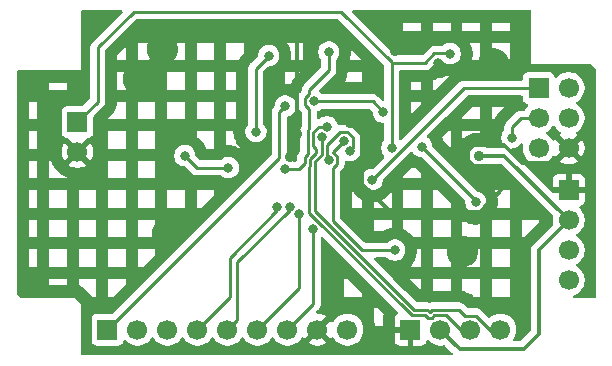
<source format=gbl>
%TF.GenerationSoftware,KiCad,Pcbnew,9.0.5*%
%TF.CreationDate,2025-10-30T12:00:21+09:00*%
%TF.ProjectId,MCU_Datalogger,4d43555f-4461-4746-916c-6f676765722e,1*%
%TF.SameCoordinates,Original*%
%TF.FileFunction,Copper,L2,Bot*%
%TF.FilePolarity,Positive*%
%FSLAX46Y46*%
G04 Gerber Fmt 4.6, Leading zero omitted, Abs format (unit mm)*
G04 Created by KiCad (PCBNEW 9.0.5) date 2025-10-30 12:00:21*
%MOMM*%
%LPD*%
G01*
G04 APERTURE LIST*
%TA.AperFunction,ComponentPad*%
%ADD10R,1.700000X1.700000*%
%TD*%
%TA.AperFunction,ComponentPad*%
%ADD11C,1.700000*%
%TD*%
%TA.AperFunction,ViaPad*%
%ADD12C,0.800000*%
%TD*%
%TA.AperFunction,ViaPad*%
%ADD13C,0.900000*%
%TD*%
%TA.AperFunction,Conductor*%
%ADD14C,0.250000*%
%TD*%
%TA.AperFunction,Conductor*%
%ADD15C,0.350000*%
%TD*%
G04 APERTURE END LIST*
D10*
%TO.P,J3,1,Pin_1*%
%TO.N,GND*%
X169607000Y-86995000D03*
D11*
%TO.P,J3,2,Pin_2*%
%TO.N,/VCC*%
X172147000Y-86995000D03*
%TO.P,J3,3,Pin_3*%
%TO.N,/RX*%
X174687000Y-86995000D03*
%TO.P,J3,4,Pin_4*%
%TO.N,/TX*%
X177227000Y-86995000D03*
%TD*%
D10*
%TO.P,J4,1,Pin_1*%
%TO.N,/MISO*%
X180457000Y-66548000D03*
D11*
%TO.P,J4,2,Pin_2*%
%TO.N,/VCC*%
X182997000Y-66548000D03*
%TO.P,J4,3,Pin_3*%
%TO.N,/SCK*%
X180457000Y-69088000D03*
%TO.P,J4,4,Pin_4*%
%TO.N,/MOSI*%
X182997000Y-69088000D03*
%TO.P,J4,5,Pin_5*%
%TO.N,/RESET*%
X180457000Y-71628000D03*
%TO.P,J4,6,Pin_6*%
%TO.N,GND*%
X182997000Y-71628000D03*
%TD*%
D10*
%TO.P,J1,1,Pin_1*%
%TO.N,GND*%
X183007000Y-75184000D03*
D11*
%TO.P,J1,2,Pin_2*%
%TO.N,/VCC*%
X183007000Y-77724000D03*
%TO.P,J1,3,Pin_3*%
%TO.N,/SDA*%
X183007000Y-80264000D03*
%TO.P,J1,4,Pin_4*%
%TO.N,/SCK*%
X183007000Y-82804000D03*
%TD*%
D10*
%TO.P,J2,1,Pin_1*%
%TO.N,/D2*%
X143953000Y-86995000D03*
D11*
%TO.P,J2,2,Pin_2*%
%TO.N,/D3*%
X146493000Y-86995000D03*
%TO.P,J2,3,Pin_3*%
%TO.N,/D4*%
X149033000Y-86995000D03*
%TO.P,J2,4,Pin_4*%
%TO.N,/D5*%
X151573000Y-86995000D03*
%TO.P,J2,5,Pin_5*%
%TO.N,/D6*%
X154113000Y-86995000D03*
%TO.P,J2,6,Pin_6*%
%TO.N,/D7*%
X156653000Y-86995000D03*
%TO.P,J2,7,Pin_7*%
%TO.N,/D8*%
X159193000Y-86995000D03*
%TO.P,J2,8,Pin_8*%
%TO.N,GND*%
X161733000Y-86995000D03*
%TO.P,J2,9,Pin_9*%
%TO.N,/VCC*%
X164273000Y-86995000D03*
%TD*%
D10*
%TO.P,BAT,1*%
%TO.N,Net-(D2-A)*%
X141413000Y-69404000D03*
D11*
%TO.P,BAT,2*%
%TO.N,GND*%
X141413000Y-71944000D03*
%TD*%
D12*
%TO.N,Net-(D2-A)*%
X172974000Y-63627000D03*
X164488499Y-71840062D03*
X156518143Y-70226001D03*
X162673414Y-72639718D03*
X168021000Y-71628000D03*
X157607000Y-63791000D03*
D13*
%TO.N,GND*%
X164494500Y-69476709D03*
X176657000Y-64516000D03*
X160274000Y-61087000D03*
X159390237Y-72376036D03*
X173990000Y-80391000D03*
X159968364Y-70409636D03*
X148590000Y-63246000D03*
X168275000Y-63373000D03*
D12*
X171958000Y-64389000D03*
D13*
X149352000Y-70612000D03*
X149018281Y-78914281D03*
X146558000Y-65786000D03*
%TO.N,/VCC*%
X175387000Y-72263000D03*
D12*
%TO.N,Net-(U4-PB7)*%
X159004000Y-73406000D03*
X162687000Y-63500000D03*
%TO.N,Net-(U4-AREF)*%
X168275000Y-80264000D03*
%TO.N,/SCK*%
X154186652Y-73287652D03*
X150495000Y-72263000D03*
X178181000Y-70739000D03*
%TO.N,/SDA*%
X170561000Y-71501000D03*
X175133000Y-76205000D03*
%TO.N,/D7*%
X160148503Y-77226809D03*
%TO.N,/D2*%
X159004000Y-68072000D03*
%TO.N,/D6*%
X159385000Y-76581000D03*
%TO.N,/D8*%
X161363999Y-78442304D03*
%TO.N,/D5*%
X158314500Y-76581000D03*
%TO.N,/TX*%
X162086993Y-70704940D03*
%TO.N,/RX*%
X162553553Y-69820447D03*
%TO.N,/MISO*%
X166370000Y-74301000D03*
%TO.N,/RESET*%
X167296000Y-68580000D03*
X161434501Y-67676090D03*
%TO.N,Net-(U4-AREF)*%
X163957000Y-70993000D03*
%TD*%
D14*
%TO.N,Net-(D2-A)*%
X162673414Y-72639718D02*
X162673412Y-72639718D01*
X162560000Y-72526306D02*
X162560000Y-71363280D01*
X162673412Y-72639718D02*
X162560000Y-72526306D01*
X162560000Y-71363280D02*
X163656280Y-70267000D01*
X163656280Y-70267000D02*
X164257720Y-70267000D01*
X164257720Y-70267000D02*
X164719000Y-70728280D01*
X164719000Y-70728280D02*
X164719000Y-71609561D01*
X156500094Y-70207952D02*
X156500094Y-64897906D01*
X156518143Y-70226001D02*
X156500094Y-70207952D01*
X164719000Y-71609561D02*
X164488499Y-71840062D01*
X156500094Y-64897906D02*
X157607000Y-63791000D01*
X168021000Y-64389000D02*
X168021000Y-71628000D01*
X168021000Y-64374000D02*
X168021000Y-64389000D01*
X163709000Y-60062000D02*
X168021000Y-64374000D01*
X170860570Y-64389000D02*
X168021000Y-64389000D01*
X146171000Y-60062000D02*
X163709000Y-60062000D01*
X171636570Y-63613000D02*
X170860570Y-64389000D01*
X143129000Y-63104000D02*
X146171000Y-60062000D01*
X172960000Y-63613000D02*
X171636570Y-63613000D01*
X143129000Y-67688000D02*
X143129000Y-63104000D01*
X172974000Y-63627000D02*
X172960000Y-63613000D01*
X141413000Y-69404000D02*
X143129000Y-67688000D01*
D15*
%TO.N,GND*%
X159390237Y-70987763D02*
X159968364Y-70409636D01*
X159968364Y-61392636D02*
X160274000Y-61087000D01*
X159968364Y-70409636D02*
X159968364Y-61392636D01*
X159390237Y-72376036D02*
X159390237Y-70987763D01*
X146558000Y-65786000D02*
X146558000Y-65278000D01*
X146558000Y-65278000D02*
X148590000Y-63246000D01*
%TO.N,/VCC*%
X177546000Y-72263000D02*
X175387000Y-72263000D01*
X179197000Y-88646000D02*
X180467000Y-87376000D01*
X180467000Y-87376000D02*
X180467000Y-80264000D01*
X173798000Y-88646000D02*
X179197000Y-88646000D01*
X183007000Y-77724000D02*
X177546000Y-72263000D01*
X180467000Y-80264000D02*
X183007000Y-77724000D01*
X172147000Y-86995000D02*
X173798000Y-88646000D01*
D14*
%TO.N,Net-(U4-PB7)*%
X160642000Y-72382786D02*
X160909993Y-72114793D01*
X162687000Y-65024000D02*
X162687000Y-63500000D01*
X160708501Y-67976810D02*
X160708501Y-67375370D01*
X159004000Y-73406000D02*
X160147000Y-73406000D01*
X161036000Y-69974190D02*
X161036000Y-68304309D01*
X160909993Y-70100197D02*
X161036000Y-69974190D01*
X160909993Y-72114793D02*
X160909993Y-70100197D01*
X161036000Y-67047871D02*
X161036000Y-66675000D01*
X160642000Y-72911000D02*
X160642000Y-72382786D01*
X160147000Y-73406000D02*
X160642000Y-72911000D01*
X161036000Y-66675000D02*
X162687000Y-65024000D01*
X161036000Y-68304309D02*
X160708501Y-67976810D01*
X160708501Y-67375370D02*
X161036000Y-67047871D01*
%TO.N,/SCK*%
X154186652Y-73287652D02*
X151519652Y-73287652D01*
X178181000Y-69850000D02*
X178943000Y-69088000D01*
X178181000Y-70739000D02*
X178181000Y-69850000D01*
X178943000Y-69088000D02*
X180457000Y-69088000D01*
X151519652Y-73287652D02*
X150495000Y-72263000D01*
%TO.N,/SDA*%
X175133000Y-76073000D02*
X170561000Y-71501000D01*
X175133000Y-76205000D02*
X175133000Y-76073000D01*
%TO.N,/D7*%
X160148503Y-83499497D02*
X160148503Y-77226809D01*
X156653000Y-86995000D02*
X160148503Y-83499497D01*
%TO.N,/D2*%
X159004000Y-68072000D02*
X158496000Y-68580000D01*
X158496000Y-68580000D02*
X158496000Y-72452000D01*
X158496000Y-72452000D02*
X143953000Y-86995000D01*
%TO.N,/D6*%
X154940000Y-81280000D02*
X159385000Y-76835000D01*
X159385000Y-76835000D02*
X159385000Y-76581000D01*
X154113000Y-86995000D02*
X154940000Y-86168000D01*
X154940000Y-86168000D02*
X154940000Y-81280000D01*
%TO.N,/D8*%
X161363999Y-84824001D02*
X161363999Y-78442304D01*
X159193000Y-86995000D02*
X161363999Y-84824001D01*
%TO.N,/D5*%
X154305000Y-84263000D02*
X154305000Y-80899000D01*
X158314500Y-76889500D02*
X158314500Y-76581000D01*
X154305000Y-80899000D02*
X158314500Y-76889500D01*
X151573000Y-86995000D02*
X154305000Y-84263000D01*
%TO.N,/TX*%
X173698884Y-85318000D02*
X174199884Y-85819000D01*
X171452364Y-85318000D02*
X173698884Y-85318000D01*
X176350116Y-86995000D02*
X177227000Y-86995000D01*
X169902810Y-85318000D02*
X171019810Y-85318000D01*
X171019810Y-85318000D02*
X171236087Y-85534277D01*
X161544000Y-72756406D02*
X161544000Y-76959190D01*
X162086993Y-72213413D02*
X161544000Y-72756406D01*
X171236087Y-85534277D02*
X171452364Y-85318000D01*
X174199884Y-85819000D02*
X175174116Y-85819000D01*
X161544000Y-76959190D02*
X169902810Y-85318000D01*
X175174116Y-85819000D02*
X176350116Y-86995000D01*
X162086993Y-70704940D02*
X162086993Y-72213413D01*
%TO.N,/RX*%
X161635993Y-71685000D02*
X161635993Y-72026603D01*
X162553553Y-69820447D02*
X161827553Y-69820447D01*
X161827553Y-69820447D02*
X161360993Y-70287007D01*
X161093000Y-72569596D02*
X161093000Y-73129993D01*
X161093000Y-73129993D02*
X161036000Y-73186993D01*
X169716000Y-85769000D02*
X170833000Y-85769000D01*
X161036000Y-77089000D02*
X169716000Y-85769000D01*
X161360993Y-71410000D02*
X161635993Y-71685000D01*
X170833000Y-85769000D02*
X171049277Y-85985277D01*
X173880826Y-86995000D02*
X174687000Y-86995000D01*
X161360993Y-70287007D02*
X161360993Y-71410000D01*
X161635993Y-72026603D02*
X161093000Y-72569596D01*
X161036000Y-73186993D02*
X161036000Y-77089000D01*
X171049277Y-85985277D02*
X171422897Y-85985277D01*
X171639174Y-85769000D02*
X172654826Y-85769000D01*
X172654826Y-85769000D02*
X173880826Y-86995000D01*
X171422897Y-85985277D02*
X171639174Y-85769000D01*
%TO.N,/MISO*%
X180457000Y-66548000D02*
X174127720Y-66548000D01*
%TO.N,/RESET*%
X166392090Y-67676090D02*
X167296000Y-68580000D01*
X161434501Y-67676090D02*
X166392090Y-67676090D01*
%TO.N,Net-(U4-AREF)*%
X168275000Y-80264000D02*
X165486620Y-80264000D01*
X165486620Y-80264000D02*
X163011000Y-77788380D01*
%TO.N,/MISO*%
X166374720Y-74301000D02*
X166370000Y-74301000D01*
X174127720Y-66548000D02*
X166374720Y-74301000D01*
%TO.N,Net-(U4-AREF)*%
X163011000Y-77788380D02*
X163011000Y-73328852D01*
X163011000Y-73328852D02*
X163399414Y-72940438D01*
X163399414Y-72940438D02*
X163399414Y-72338998D01*
X163011000Y-71950584D02*
X163011000Y-71939000D01*
X163011000Y-71939000D02*
X163957000Y-70993000D01*
X163399414Y-72338998D02*
X163011000Y-71950584D01*
D15*
%TO.N,GND*%
X181721000Y-72904000D02*
X182997000Y-71628000D01*
X179076000Y-72904000D02*
X181721000Y-72904000D01*
X177559000Y-71387000D02*
X179076000Y-72904000D01*
X175024148Y-71387000D02*
X177559000Y-71387000D01*
X174511000Y-71900148D02*
X175024148Y-71387000D01*
X174511000Y-72625852D02*
X174511000Y-71900148D01*
X175024148Y-73139000D02*
X174511000Y-72625852D01*
X176740859Y-73139000D02*
X175024148Y-73139000D01*
X177546000Y-73944141D02*
X176740859Y-73139000D01*
X175475141Y-77031000D02*
X177546000Y-74960141D01*
X177546000Y-74960141D02*
X177546000Y-73944141D01*
X167931859Y-77031000D02*
X175475141Y-77031000D01*
X165544000Y-70526209D02*
X165544000Y-74643141D01*
X164494500Y-69476709D02*
X165544000Y-70526209D01*
X165544000Y-74643141D02*
X167931859Y-77031000D01*
%TD*%
%TA.AperFunction,Conductor*%
%TO.N,GND*%
G36*
X145172086Y-59963685D02*
G01*
X145217841Y-60016489D01*
X145227785Y-60085647D01*
X145198760Y-60149203D01*
X145192728Y-60155681D01*
X142643141Y-62705267D01*
X142634593Y-62718061D01*
X142628955Y-62726500D01*
X142574689Y-62807711D01*
X142574682Y-62807724D01*
X142565878Y-62828983D01*
X142565877Y-62828987D01*
X142527538Y-62921545D01*
X142527535Y-62921555D01*
X142503500Y-63042389D01*
X142503500Y-67377547D01*
X142483815Y-67444586D01*
X142467181Y-67465228D01*
X141915227Y-68017181D01*
X141853904Y-68050666D01*
X141827546Y-68053500D01*
X140515129Y-68053500D01*
X140515123Y-68053501D01*
X140455516Y-68059908D01*
X140320671Y-68110202D01*
X140320664Y-68110206D01*
X140205455Y-68196452D01*
X140205452Y-68196455D01*
X140119206Y-68311664D01*
X140119202Y-68311671D01*
X140068908Y-68446517D01*
X140062501Y-68506116D01*
X140062500Y-68506135D01*
X140062500Y-70301870D01*
X140062501Y-70301876D01*
X140068908Y-70361483D01*
X140119202Y-70496328D01*
X140119206Y-70496335D01*
X140205452Y-70611544D01*
X140205455Y-70611547D01*
X140320664Y-70697793D01*
X140320671Y-70697797D01*
X140358771Y-70712007D01*
X140455517Y-70748091D01*
X140515127Y-70754500D01*
X140525685Y-70754499D01*
X140592723Y-70774179D01*
X140613372Y-70790818D01*
X141283591Y-71461037D01*
X141220007Y-71478075D01*
X141105993Y-71543901D01*
X141012901Y-71636993D01*
X140947075Y-71751007D01*
X140930037Y-71814591D01*
X140297728Y-71182282D01*
X140297727Y-71182282D01*
X140258380Y-71236439D01*
X140161904Y-71425782D01*
X140096242Y-71627869D01*
X140096242Y-71627872D01*
X140063000Y-71837753D01*
X140063000Y-72050246D01*
X140096242Y-72260127D01*
X140096242Y-72260130D01*
X140161904Y-72462217D01*
X140258375Y-72651550D01*
X140297728Y-72705716D01*
X140930037Y-72073408D01*
X140947075Y-72136993D01*
X141012901Y-72251007D01*
X141105993Y-72344099D01*
X141220007Y-72409925D01*
X141283590Y-72426962D01*
X140651282Y-73059269D01*
X140651282Y-73059270D01*
X140705449Y-73098624D01*
X140894782Y-73195095D01*
X141096870Y-73260757D01*
X141306754Y-73294000D01*
X141519246Y-73294000D01*
X141729127Y-73260757D01*
X141729130Y-73260757D01*
X141931217Y-73195095D01*
X142120554Y-73098622D01*
X142174716Y-73059270D01*
X142174717Y-73059270D01*
X141542408Y-72426962D01*
X141605993Y-72409925D01*
X141720007Y-72344099D01*
X141813099Y-72251007D01*
X141878925Y-72136993D01*
X141895962Y-72073409D01*
X142528270Y-72705717D01*
X142528270Y-72705716D01*
X142567622Y-72651554D01*
X142664095Y-72462217D01*
X142729757Y-72260130D01*
X142729757Y-72260127D01*
X142743350Y-72174304D01*
X149594500Y-72174304D01*
X149594500Y-72351695D01*
X149629103Y-72525658D01*
X149629106Y-72525667D01*
X149696983Y-72689540D01*
X149696990Y-72689553D01*
X149795535Y-72837034D01*
X149795538Y-72837038D01*
X149920961Y-72962461D01*
X149920965Y-72962464D01*
X150068446Y-73061009D01*
X150068459Y-73061016D01*
X150175428Y-73105323D01*
X150232334Y-73128894D01*
X150232336Y-73128894D01*
X150232341Y-73128896D01*
X150406304Y-73163499D01*
X150406307Y-73163500D01*
X150406309Y-73163500D01*
X150459548Y-73163500D01*
X150526587Y-73183185D01*
X150547229Y-73199819D01*
X151030668Y-73683258D01*
X151030697Y-73683289D01*
X151120915Y-73773507D01*
X151120923Y-73773513D01*
X151179260Y-73812493D01*
X151179262Y-73812494D01*
X151223362Y-73841961D01*
X151223361Y-73841961D01*
X151223364Y-73841962D01*
X151223367Y-73841964D01*
X151290048Y-73869583D01*
X151290050Y-73869585D01*
X151330292Y-73886253D01*
X151337200Y-73889115D01*
X151397623Y-73901133D01*
X151458045Y-73913152D01*
X151458046Y-73913152D01*
X153487291Y-73913152D01*
X153554330Y-73932837D01*
X153574973Y-73949472D01*
X153612613Y-73987113D01*
X153612617Y-73987116D01*
X153760098Y-74085661D01*
X153760111Y-74085668D01*
X153881128Y-74135794D01*
X153923986Y-74153546D01*
X153923988Y-74153546D01*
X153923993Y-74153548D01*
X154097956Y-74188151D01*
X154097959Y-74188152D01*
X154097961Y-74188152D01*
X154275345Y-74188152D01*
X154275346Y-74188151D01*
X154333334Y-74176616D01*
X154449310Y-74153548D01*
X154449313Y-74153546D01*
X154449318Y-74153546D01*
X154613199Y-74085665D01*
X154760687Y-73987116D01*
X154886116Y-73861687D01*
X154984665Y-73714199D01*
X155052546Y-73550318D01*
X155061163Y-73507001D01*
X155082347Y-73400500D01*
X155087152Y-73376343D01*
X155087152Y-73198961D01*
X155087152Y-73198958D01*
X155087151Y-73198956D01*
X155052548Y-73024993D01*
X155052545Y-73024984D01*
X154984668Y-72861111D01*
X154984661Y-72861098D01*
X154886116Y-72713617D01*
X154886113Y-72713613D01*
X154760690Y-72588190D01*
X154760686Y-72588187D01*
X154613205Y-72489642D01*
X154613192Y-72489635D01*
X154449319Y-72421758D01*
X154449310Y-72421755D01*
X154275346Y-72387152D01*
X154275343Y-72387152D01*
X154097961Y-72387152D01*
X154097958Y-72387152D01*
X153923993Y-72421755D01*
X153923984Y-72421758D01*
X153760111Y-72489635D01*
X153760098Y-72489642D01*
X153612617Y-72588187D01*
X153612613Y-72588190D01*
X153574973Y-72625832D01*
X153513651Y-72659318D01*
X153487291Y-72662152D01*
X151830104Y-72662152D01*
X151763065Y-72642467D01*
X151742423Y-72625833D01*
X151431819Y-72315229D01*
X151398334Y-72253906D01*
X151395500Y-72227548D01*
X151395500Y-72174306D01*
X151395499Y-72174304D01*
X151360896Y-72000341D01*
X151360893Y-72000332D01*
X151293016Y-71836459D01*
X151293009Y-71836446D01*
X151194464Y-71688965D01*
X151194461Y-71688961D01*
X151069038Y-71563538D01*
X151069034Y-71563535D01*
X150921553Y-71464990D01*
X150921540Y-71464983D01*
X150757667Y-71397106D01*
X150757658Y-71397103D01*
X150583694Y-71362500D01*
X150583691Y-71362500D01*
X150406309Y-71362500D01*
X150406306Y-71362500D01*
X150232341Y-71397103D01*
X150232332Y-71397106D01*
X150068459Y-71464983D01*
X150068446Y-71464990D01*
X149920965Y-71563535D01*
X149920961Y-71563538D01*
X149795538Y-71688961D01*
X149795535Y-71688965D01*
X149696990Y-71836446D01*
X149696983Y-71836459D01*
X149629106Y-72000332D01*
X149629103Y-72000341D01*
X149594500Y-72174304D01*
X142743350Y-72174304D01*
X142763000Y-72050246D01*
X142763000Y-71837753D01*
X142740231Y-71694000D01*
X144011500Y-71694000D01*
X145513500Y-71694000D01*
X146511500Y-71694000D01*
X148013500Y-71694000D01*
X148013500Y-70658896D01*
X151511500Y-70658896D01*
X151643869Y-70747343D01*
X151648845Y-70750847D01*
X151678417Y-70772779D01*
X151683215Y-70776524D01*
X151721097Y-70807613D01*
X151725704Y-70811587D01*
X151752991Y-70836318D01*
X151757400Y-70840516D01*
X151917484Y-71000600D01*
X151921682Y-71005009D01*
X151946413Y-71032296D01*
X151950387Y-71036903D01*
X151981476Y-71074785D01*
X151985221Y-71079583D01*
X152007153Y-71109155D01*
X152010657Y-71114131D01*
X152136434Y-71302368D01*
X152139691Y-71307512D01*
X152158627Y-71339106D01*
X152161627Y-71344401D01*
X152184729Y-71387623D01*
X152187466Y-71393062D01*
X152203206Y-71426344D01*
X152205671Y-71431905D01*
X152292301Y-71641051D01*
X152294491Y-71646728D01*
X152300726Y-71664152D01*
X153013500Y-71664152D01*
X153013500Y-71392838D01*
X154011500Y-71392838D01*
X154024536Y-71391555D01*
X154030606Y-71391107D01*
X154067378Y-71389301D01*
X154073461Y-71389152D01*
X154299843Y-71389152D01*
X154305926Y-71389301D01*
X154342698Y-71391107D01*
X154348768Y-71391555D01*
X154397540Y-71396358D01*
X154403581Y-71397103D01*
X154440012Y-71402507D01*
X154446009Y-71403548D01*
X154668060Y-71447717D01*
X154674001Y-71449051D01*
X154709736Y-71458003D01*
X154715604Y-71459627D01*
X154762497Y-71473854D01*
X154768272Y-71475762D01*
X154802924Y-71488161D01*
X154808601Y-71490351D01*
X155017747Y-71576981D01*
X155023308Y-71579446D01*
X155056590Y-71595186D01*
X155062029Y-71597923D01*
X155105251Y-71621025D01*
X155110546Y-71624025D01*
X155142140Y-71642961D01*
X155147284Y-71646218D01*
X155218794Y-71694000D01*
X155307414Y-71694000D01*
X155292046Y-71681388D01*
X155287439Y-71677414D01*
X155260152Y-71652683D01*
X155255743Y-71648485D01*
X155095659Y-71488401D01*
X155091461Y-71483992D01*
X155066730Y-71456705D01*
X155062756Y-71452098D01*
X155031667Y-71414216D01*
X155027922Y-71409418D01*
X155005990Y-71379846D01*
X155002486Y-71374870D01*
X154876709Y-71186633D01*
X154873452Y-71181489D01*
X154854516Y-71149895D01*
X154851516Y-71144600D01*
X154828414Y-71101378D01*
X154825677Y-71095939D01*
X154809937Y-71062657D01*
X154807472Y-71057096D01*
X154720842Y-70847950D01*
X154718652Y-70842273D01*
X154706253Y-70807621D01*
X154704345Y-70801846D01*
X154690118Y-70754953D01*
X154688494Y-70749085D01*
X154679542Y-70713350D01*
X154678208Y-70707409D01*
X154634039Y-70485358D01*
X154632998Y-70479361D01*
X154627594Y-70442930D01*
X154626849Y-70436889D01*
X154622046Y-70388117D01*
X154621598Y-70382047D01*
X154619792Y-70345275D01*
X154619643Y-70339192D01*
X154619643Y-70192000D01*
X154011500Y-70192000D01*
X154011500Y-71392838D01*
X153013500Y-71392838D01*
X153013500Y-70192000D01*
X151511500Y-70192000D01*
X151511500Y-70658896D01*
X148013500Y-70658896D01*
X148013500Y-70192000D01*
X146511500Y-70192000D01*
X146511500Y-71694000D01*
X145513500Y-71694000D01*
X145513500Y-70192000D01*
X144011500Y-70192000D01*
X144011500Y-71694000D01*
X142740231Y-71694000D01*
X142729757Y-71627872D01*
X142729757Y-71627869D01*
X142664095Y-71425782D01*
X142567624Y-71236449D01*
X142528270Y-71182282D01*
X142528269Y-71182282D01*
X141895962Y-71814590D01*
X141878925Y-71751007D01*
X141813099Y-71636993D01*
X141720007Y-71543901D01*
X141605993Y-71478075D01*
X141542409Y-71461037D01*
X142212627Y-70790818D01*
X142273950Y-70757333D01*
X142300307Y-70754499D01*
X142310872Y-70754499D01*
X142370483Y-70748091D01*
X142505331Y-70697796D01*
X142620546Y-70611546D01*
X142706796Y-70496331D01*
X142757091Y-70361483D01*
X142763500Y-70301873D01*
X142763500Y-70137305D01*
X155617643Y-70137305D01*
X155617643Y-70314696D01*
X155652246Y-70488659D01*
X155652249Y-70488668D01*
X155720126Y-70652541D01*
X155720133Y-70652554D01*
X155818678Y-70800035D01*
X155818681Y-70800039D01*
X155944104Y-70925462D01*
X155944108Y-70925465D01*
X156091589Y-71024010D01*
X156091602Y-71024017D01*
X156184889Y-71062657D01*
X156255477Y-71091895D01*
X156255479Y-71091895D01*
X156255484Y-71091897D01*
X156429447Y-71126500D01*
X156429450Y-71126501D01*
X156429452Y-71126501D01*
X156606836Y-71126501D01*
X156606837Y-71126500D01*
X156694038Y-71109155D01*
X156780801Y-71091897D01*
X156780804Y-71091895D01*
X156780809Y-71091895D01*
X156944690Y-71024014D01*
X157092178Y-70925465D01*
X157217607Y-70800036D01*
X157316156Y-70652548D01*
X157317084Y-70650309D01*
X157333140Y-70611544D01*
X157384037Y-70488667D01*
X157384696Y-70485358D01*
X157413697Y-70339557D01*
X157418643Y-70314692D01*
X157418643Y-70137310D01*
X157418643Y-70137307D01*
X157418642Y-70137305D01*
X157384039Y-69963342D01*
X157384036Y-69963333D01*
X157316159Y-69799460D01*
X157316152Y-69799447D01*
X157217607Y-69651965D01*
X157161913Y-69596271D01*
X157128428Y-69534948D01*
X157125594Y-69508590D01*
X157125594Y-66173500D01*
X159011500Y-66173500D01*
X159117191Y-66173500D01*
X159123274Y-66173649D01*
X159160046Y-66175455D01*
X159166116Y-66175903D01*
X159214888Y-66180706D01*
X159220929Y-66181451D01*
X159257360Y-66186855D01*
X159263357Y-66187896D01*
X159471561Y-66229310D01*
X159472401Y-66226278D01*
X159486628Y-66179381D01*
X159488538Y-66173601D01*
X159500941Y-66138940D01*
X159503130Y-66133266D01*
X159533561Y-66059797D01*
X159569029Y-65974167D01*
X159571497Y-65968600D01*
X159587238Y-65935319D01*
X159589972Y-65929887D01*
X159613073Y-65886665D01*
X159616073Y-65881369D01*
X159635008Y-65849776D01*
X159638266Y-65844630D01*
X159733958Y-65701420D01*
X159737464Y-65696443D01*
X159759407Y-65666858D01*
X159763153Y-65662058D01*
X159794242Y-65624179D01*
X159798216Y-65619573D01*
X159822935Y-65592301D01*
X159827130Y-65587895D01*
X160223025Y-65192000D01*
X159011500Y-65192000D01*
X159011500Y-66173500D01*
X157125594Y-66173500D01*
X157125594Y-65208358D01*
X157145279Y-65141319D01*
X157161913Y-65120677D01*
X157554772Y-64727819D01*
X157616095Y-64694334D01*
X157642453Y-64691500D01*
X157695693Y-64691500D01*
X157695694Y-64691499D01*
X157753682Y-64679964D01*
X157869658Y-64656896D01*
X157869661Y-64656894D01*
X157869666Y-64656894D01*
X158033547Y-64589013D01*
X158181035Y-64490464D01*
X158306464Y-64365035D01*
X158405013Y-64217547D01*
X158472894Y-64053666D01*
X158472917Y-64053553D01*
X158497248Y-63931232D01*
X158507500Y-63879691D01*
X158507500Y-63702309D01*
X158507500Y-63702306D01*
X158507499Y-63702304D01*
X158472896Y-63528341D01*
X158472893Y-63528332D01*
X158405016Y-63364459D01*
X158405009Y-63364446D01*
X158306464Y-63216965D01*
X158306461Y-63216961D01*
X158181038Y-63091538D01*
X158181034Y-63091535D01*
X158033553Y-62992990D01*
X158033540Y-62992983D01*
X157869667Y-62925106D01*
X157869658Y-62925103D01*
X157695694Y-62890500D01*
X157695691Y-62890500D01*
X157518309Y-62890500D01*
X157518306Y-62890500D01*
X157344341Y-62925103D01*
X157344332Y-62925106D01*
X157180459Y-62992983D01*
X157180446Y-62992990D01*
X157032965Y-63091535D01*
X157032961Y-63091538D01*
X156907538Y-63216961D01*
X156907535Y-63216965D01*
X156808990Y-63364446D01*
X156808983Y-63364459D01*
X156741106Y-63528332D01*
X156741103Y-63528341D01*
X156706500Y-63702304D01*
X156706500Y-63755547D01*
X156686815Y-63822586D01*
X156670181Y-63843228D01*
X156101363Y-64412046D01*
X156101361Y-64412048D01*
X156057798Y-64455610D01*
X156014236Y-64499172D01*
X155988197Y-64538143D01*
X155988196Y-64538144D01*
X155945784Y-64601615D01*
X155945782Y-64601619D01*
X155945782Y-64601620D01*
X155917340Y-64670286D01*
X155898632Y-64715450D01*
X155898629Y-64715462D01*
X155874594Y-64836295D01*
X155874594Y-69544688D01*
X155854909Y-69611727D01*
X155838275Y-69632369D01*
X155818681Y-69651962D01*
X155818679Y-69651965D01*
X155720133Y-69799447D01*
X155720126Y-69799460D01*
X155652249Y-69963333D01*
X155652246Y-69963342D01*
X155617643Y-70137305D01*
X142763500Y-70137305D01*
X142763499Y-69101474D01*
X144011500Y-69101474D01*
X144011500Y-69194000D01*
X145513500Y-69194000D01*
X146511500Y-69194000D01*
X148013500Y-69194000D01*
X149011500Y-69194000D01*
X150513500Y-69194000D01*
X151511500Y-69194000D01*
X153013500Y-69194000D01*
X154011500Y-69194000D01*
X154876594Y-69194000D01*
X154876594Y-67692000D01*
X154011500Y-67692000D01*
X154011500Y-69194000D01*
X153013500Y-69194000D01*
X153013500Y-67692000D01*
X151511500Y-67692000D01*
X151511500Y-69194000D01*
X150513500Y-69194000D01*
X150513500Y-67692000D01*
X149011500Y-67692000D01*
X149011500Y-69194000D01*
X148013500Y-69194000D01*
X148013500Y-67692000D01*
X146511500Y-67692000D01*
X146511500Y-69194000D01*
X145513500Y-69194000D01*
X145513500Y-67692000D01*
X144752500Y-67692000D01*
X144752500Y-67774109D01*
X144752351Y-67780191D01*
X144750545Y-67816966D01*
X144750097Y-67823037D01*
X144745294Y-67871807D01*
X144744549Y-67877850D01*
X144739145Y-67914278D01*
X144738104Y-67920273D01*
X144721443Y-68004034D01*
X144704506Y-68089184D01*
X144703173Y-68095123D01*
X144694223Y-68130853D01*
X144692599Y-68136720D01*
X144678372Y-68183618D01*
X144676463Y-68189396D01*
X144664060Y-68224059D01*
X144661870Y-68229737D01*
X144595965Y-68388845D01*
X144593498Y-68394410D01*
X144577751Y-68427703D01*
X144575015Y-68433139D01*
X144551914Y-68476357D01*
X144548913Y-68481654D01*
X144529985Y-68513232D01*
X144526731Y-68518371D01*
X144466869Y-68607962D01*
X144466867Y-68607965D01*
X144431039Y-68661583D01*
X144427535Y-68666557D01*
X144405593Y-68696142D01*
X144401845Y-68700945D01*
X144370756Y-68738823D01*
X144366783Y-68743428D01*
X144342064Y-68770700D01*
X144337869Y-68775106D01*
X144011500Y-69101474D01*
X142763499Y-69101474D01*
X142763499Y-68989452D01*
X142783184Y-68922414D01*
X142799818Y-68901772D01*
X143188358Y-68513232D01*
X143614857Y-68086734D01*
X143631570Y-68061720D01*
X143637065Y-68053499D01*
X143683310Y-67984287D01*
X143683311Y-67984286D01*
X143730463Y-67870452D01*
X143742620Y-67809334D01*
X143754500Y-67749607D01*
X143754500Y-67626394D01*
X143754500Y-66694000D01*
X144752500Y-66694000D01*
X145513500Y-66694000D01*
X149011500Y-66694000D01*
X150513500Y-66694000D01*
X151511500Y-66694000D01*
X153013500Y-66694000D01*
X154011500Y-66694000D01*
X154876594Y-66694000D01*
X154876594Y-65192000D01*
X154011500Y-65192000D01*
X154011500Y-66694000D01*
X153013500Y-66694000D01*
X153013500Y-65192000D01*
X151511500Y-65192000D01*
X151511500Y-66694000D01*
X150513500Y-66694000D01*
X150513500Y-65192000D01*
X149011500Y-65192000D01*
X149011500Y-66694000D01*
X145513500Y-66694000D01*
X145513500Y-66600892D01*
X145431350Y-66487822D01*
X145421183Y-66471232D01*
X145335431Y-66302935D01*
X145327985Y-66284958D01*
X145269617Y-66105319D01*
X145265075Y-66086399D01*
X145235527Y-65899840D01*
X145234000Y-65880442D01*
X145234000Y-65691558D01*
X145235527Y-65672160D01*
X145265075Y-65485601D01*
X145269617Y-65466681D01*
X145327985Y-65287042D01*
X145335431Y-65269065D01*
X145374698Y-65192000D01*
X144752500Y-65192000D01*
X144752500Y-66694000D01*
X143754500Y-66694000D01*
X143754500Y-63776474D01*
X144752500Y-63776474D01*
X144752500Y-64194000D01*
X145513500Y-64194000D01*
X146511500Y-64194000D01*
X147665581Y-64194000D01*
X149514419Y-64194000D01*
X150513500Y-64194000D01*
X151511500Y-64194000D01*
X153013500Y-64194000D01*
X154011500Y-64194000D01*
X155034485Y-64194000D01*
X155035592Y-64191502D01*
X155051340Y-64158207D01*
X155054076Y-64152773D01*
X155077180Y-64109548D01*
X155080181Y-64104251D01*
X155099113Y-64072666D01*
X155102369Y-64067523D01*
X155158398Y-63983673D01*
X155198037Y-63924348D01*
X155201542Y-63919372D01*
X155223462Y-63889816D01*
X155227201Y-63885024D01*
X155258288Y-63847139D01*
X155262267Y-63842526D01*
X155287012Y-63815223D01*
X155291211Y-63810812D01*
X155395672Y-63706352D01*
X155513500Y-63588523D01*
X155513500Y-62692000D01*
X159155979Y-62692000D01*
X159248434Y-62830368D01*
X159251691Y-62835512D01*
X159270627Y-62867106D01*
X159273627Y-62872401D01*
X159296729Y-62915623D01*
X159299466Y-62921062D01*
X159315206Y-62954344D01*
X159317671Y-62959905D01*
X159404301Y-63169051D01*
X159406491Y-63174728D01*
X159418890Y-63209380D01*
X159420798Y-63215155D01*
X159435025Y-63262048D01*
X159436649Y-63267916D01*
X159445601Y-63303651D01*
X159446935Y-63309592D01*
X159491104Y-63531643D01*
X159492145Y-63537640D01*
X159497549Y-63574071D01*
X159498294Y-63580112D01*
X159503097Y-63628884D01*
X159503545Y-63634954D01*
X159505351Y-63671726D01*
X159505500Y-63677809D01*
X159505500Y-63904191D01*
X159505351Y-63910274D01*
X159503545Y-63947046D01*
X159503097Y-63953116D01*
X159498294Y-64001888D01*
X159497549Y-64007929D01*
X159492145Y-64044360D01*
X159491104Y-64050357D01*
X159462531Y-64194000D01*
X160513500Y-64194000D01*
X160513500Y-62692000D01*
X159155979Y-62692000D01*
X155513500Y-62692000D01*
X154011500Y-62692000D01*
X154011500Y-64194000D01*
X153013500Y-64194000D01*
X153013500Y-62692000D01*
X151511500Y-62692000D01*
X151511500Y-64194000D01*
X150513500Y-64194000D01*
X150513500Y-62692000D01*
X149793683Y-62692000D01*
X149812569Y-62729065D01*
X149820015Y-62747042D01*
X149878383Y-62926681D01*
X149882925Y-62945601D01*
X149912473Y-63132160D01*
X149914000Y-63151558D01*
X149914000Y-63340442D01*
X149912473Y-63359840D01*
X149882925Y-63546399D01*
X149878383Y-63565319D01*
X149820015Y-63744958D01*
X149812569Y-63762935D01*
X149726817Y-63931232D01*
X149716650Y-63947822D01*
X149605627Y-64100633D01*
X149592990Y-64115429D01*
X149514419Y-64194000D01*
X147665581Y-64194000D01*
X147587010Y-64115429D01*
X147574373Y-64100633D01*
X147463350Y-63947822D01*
X147453183Y-63931232D01*
X147367431Y-63762935D01*
X147359985Y-63744958D01*
X147301617Y-63565319D01*
X147297075Y-63546399D01*
X147267527Y-63359840D01*
X147266000Y-63340442D01*
X147266000Y-63151558D01*
X147267527Y-63132160D01*
X147297075Y-62945601D01*
X147301617Y-62926681D01*
X147359985Y-62747042D01*
X147367431Y-62729065D01*
X147386317Y-62692000D01*
X146511500Y-62692000D01*
X146511500Y-64194000D01*
X145513500Y-64194000D01*
X145513500Y-63015474D01*
X144752500Y-63776474D01*
X143754500Y-63776474D01*
X143754500Y-63414452D01*
X143774185Y-63347413D01*
X143790819Y-63326771D01*
X146393772Y-60723819D01*
X146455095Y-60690334D01*
X146481453Y-60687500D01*
X163398548Y-60687500D01*
X163465587Y-60707185D01*
X163486229Y-60723819D01*
X167359181Y-64596771D01*
X167392666Y-64658094D01*
X167395500Y-64684452D01*
X167395500Y-67495548D01*
X167375815Y-67562587D01*
X167323011Y-67608342D01*
X167253853Y-67618286D01*
X167190297Y-67589261D01*
X167183819Y-67583229D01*
X166882288Y-67281698D01*
X166882268Y-67281676D01*
X166790826Y-67190234D01*
X166790818Y-67190228D01*
X166729809Y-67149463D01*
X166729807Y-67149462D01*
X166688376Y-67121778D01*
X166688377Y-67121778D01*
X166688375Y-67121777D01*
X166645835Y-67104157D01*
X166603295Y-67086537D01*
X166574542Y-67074627D01*
X166574543Y-67074627D01*
X166562416Y-67072215D01*
X166513574Y-67062500D01*
X166483635Y-67056545D01*
X166453698Y-67050590D01*
X166453697Y-67050590D01*
X166453696Y-67050590D01*
X162133862Y-67050590D01*
X162066823Y-67030905D01*
X162046180Y-67014270D01*
X162008539Y-66976628D01*
X162008536Y-66976625D01*
X161900634Y-66904528D01*
X161855829Y-66850916D01*
X161847122Y-66781591D01*
X161877276Y-66718564D01*
X161881844Y-66713745D01*
X162124358Y-66471232D01*
X162557370Y-66038220D01*
X164011500Y-66038220D01*
X164011500Y-66052590D01*
X165513500Y-66052590D01*
X165513500Y-65192000D01*
X164307689Y-65192000D01*
X164307927Y-65196854D01*
X164262505Y-65425191D01*
X164261171Y-65431130D01*
X164252224Y-65466845D01*
X164250602Y-65472707D01*
X164236377Y-65519602D01*
X164234468Y-65525382D01*
X164222063Y-65560052D01*
X164219872Y-65565730D01*
X164037554Y-66005889D01*
X164011500Y-66038220D01*
X162557370Y-66038220D01*
X163172858Y-65422733D01*
X163241312Y-65320285D01*
X163268932Y-65253603D01*
X163288463Y-65206452D01*
X163292451Y-65186402D01*
X163312501Y-65085606D01*
X163312501Y-64962393D01*
X163312501Y-64957283D01*
X163312500Y-64957257D01*
X163312500Y-64199361D01*
X163314074Y-64194000D01*
X164454457Y-64194000D01*
X165513500Y-64194000D01*
X165513500Y-64162474D01*
X164565997Y-63214971D01*
X164571104Y-63240643D01*
X164572145Y-63246640D01*
X164577549Y-63283071D01*
X164578294Y-63289112D01*
X164583097Y-63337884D01*
X164583545Y-63343954D01*
X164585351Y-63380726D01*
X164585500Y-63386809D01*
X164585500Y-63613191D01*
X164585351Y-63619274D01*
X164583545Y-63656046D01*
X164583097Y-63662116D01*
X164578294Y-63710888D01*
X164577549Y-63716929D01*
X164572145Y-63753360D01*
X164571104Y-63759357D01*
X164526935Y-63981408D01*
X164525601Y-63987349D01*
X164516649Y-64023084D01*
X164515025Y-64028952D01*
X164500798Y-64075845D01*
X164498890Y-64081620D01*
X164486491Y-64116272D01*
X164484301Y-64121949D01*
X164454457Y-64194000D01*
X163314074Y-64194000D01*
X163332185Y-64132322D01*
X163348820Y-64111679D01*
X163386461Y-64074038D01*
X163386464Y-64074035D01*
X163485013Y-63926547D01*
X163552894Y-63762666D01*
X163553553Y-63759357D01*
X163581417Y-63619274D01*
X163587500Y-63588691D01*
X163587500Y-63411309D01*
X163587500Y-63411306D01*
X163587499Y-63411304D01*
X163552896Y-63237341D01*
X163552893Y-63237332D01*
X163485016Y-63073459D01*
X163485009Y-63073446D01*
X163386464Y-62925965D01*
X163386461Y-62925961D01*
X163261038Y-62800538D01*
X163261034Y-62800535D01*
X163113553Y-62701990D01*
X163113540Y-62701983D01*
X162949667Y-62634106D01*
X162949658Y-62634103D01*
X162775694Y-62599500D01*
X162775691Y-62599500D01*
X162598309Y-62599500D01*
X162598306Y-62599500D01*
X162424341Y-62634103D01*
X162424332Y-62634106D01*
X162260459Y-62701983D01*
X162260446Y-62701990D01*
X162112965Y-62800535D01*
X162112961Y-62800538D01*
X161987538Y-62925961D01*
X161987535Y-62925965D01*
X161888990Y-63073446D01*
X161888983Y-63073459D01*
X161821106Y-63237332D01*
X161821103Y-63237341D01*
X161786500Y-63411304D01*
X161786500Y-63588695D01*
X161821103Y-63762658D01*
X161821106Y-63762667D01*
X161888983Y-63926540D01*
X161888990Y-63926553D01*
X161987535Y-64074034D01*
X161987538Y-64074038D01*
X162025180Y-64111679D01*
X162058666Y-64173001D01*
X162061500Y-64199361D01*
X162061500Y-64713547D01*
X162041815Y-64780586D01*
X162025181Y-64801228D01*
X160550144Y-66276264D01*
X160550138Y-66276272D01*
X160515914Y-66327489D01*
X160515915Y-66327490D01*
X160481691Y-66378708D01*
X160481684Y-66378721D01*
X160455594Y-66441711D01*
X160434538Y-66492543D01*
X160434538Y-66492545D01*
X160410500Y-66613396D01*
X160410500Y-66737418D01*
X160390815Y-66804457D01*
X160374181Y-66825099D01*
X160309770Y-66889510D01*
X160309768Y-66889512D01*
X160266205Y-66933074D01*
X160222643Y-66976636D01*
X160207466Y-66999350D01*
X160192390Y-67021914D01*
X160173289Y-67050499D01*
X160154189Y-67079083D01*
X160125037Y-67149461D01*
X160125038Y-67149462D01*
X160108158Y-67190216D01*
X160108154Y-67190224D01*
X160107039Y-67192913D01*
X160107037Y-67192921D01*
X160087873Y-67289268D01*
X160087873Y-67289269D01*
X160083001Y-67313761D01*
X160083001Y-67700429D01*
X160063316Y-67767468D01*
X160010512Y-67813223D01*
X159941354Y-67823167D01*
X159877798Y-67794142D01*
X159844440Y-67747881D01*
X159802016Y-67645459D01*
X159802009Y-67645446D01*
X159703464Y-67497965D01*
X159703461Y-67497961D01*
X159578038Y-67372538D01*
X159578034Y-67372535D01*
X159430553Y-67273990D01*
X159430540Y-67273983D01*
X159266667Y-67206106D01*
X159266658Y-67206103D01*
X159092694Y-67171500D01*
X159092691Y-67171500D01*
X158915309Y-67171500D01*
X158915306Y-67171500D01*
X158741341Y-67206103D01*
X158741332Y-67206106D01*
X158577459Y-67273983D01*
X158577446Y-67273990D01*
X158429965Y-67372535D01*
X158429961Y-67372538D01*
X158304538Y-67497961D01*
X158304535Y-67497965D01*
X158205990Y-67645446D01*
X158205983Y-67645459D01*
X158138106Y-67809332D01*
X158138103Y-67809341D01*
X158103500Y-67983304D01*
X158103500Y-68036546D01*
X158083815Y-68103585D01*
X158067181Y-68124227D01*
X158010146Y-68181261D01*
X158010143Y-68181264D01*
X157992140Y-68208209D01*
X157941689Y-68283712D01*
X157941685Y-68283719D01*
X157914368Y-68349671D01*
X157914368Y-68349672D01*
X157901730Y-68380180D01*
X157901731Y-68380181D01*
X157894538Y-68397546D01*
X157894535Y-68397556D01*
X157876836Y-68486538D01*
X157876836Y-68486539D01*
X157870500Y-68518391D01*
X157870500Y-72141547D01*
X157850815Y-72208586D01*
X157834181Y-72229228D01*
X144455227Y-85608181D01*
X144393904Y-85641666D01*
X144367546Y-85644500D01*
X143055129Y-85644500D01*
X143055123Y-85644501D01*
X142995516Y-85650908D01*
X142860671Y-85701202D01*
X142860664Y-85701206D01*
X142745455Y-85787452D01*
X142745452Y-85787455D01*
X142659206Y-85902664D01*
X142659202Y-85902671D01*
X142608908Y-86037517D01*
X142602501Y-86097116D01*
X142602500Y-86097135D01*
X142602500Y-87892870D01*
X142602501Y-87892876D01*
X142608908Y-87952483D01*
X142659202Y-88087328D01*
X142659206Y-88087335D01*
X142745452Y-88202544D01*
X142745455Y-88202547D01*
X142860664Y-88288793D01*
X142860671Y-88288797D01*
X142995517Y-88339091D01*
X142995516Y-88339091D01*
X143002444Y-88339835D01*
X143055127Y-88345500D01*
X144850872Y-88345499D01*
X144910483Y-88339091D01*
X145045331Y-88288796D01*
X145160546Y-88202546D01*
X145246796Y-88087331D01*
X145295810Y-87955916D01*
X145337681Y-87899984D01*
X145403145Y-87875566D01*
X145471418Y-87890417D01*
X145499673Y-87911569D01*
X145613213Y-88025109D01*
X145785179Y-88150048D01*
X145785181Y-88150049D01*
X145785184Y-88150051D01*
X145974588Y-88246557D01*
X146176757Y-88312246D01*
X146386713Y-88345500D01*
X146386714Y-88345500D01*
X146599286Y-88345500D01*
X146599287Y-88345500D01*
X146809243Y-88312246D01*
X147011412Y-88246557D01*
X147200816Y-88150051D01*
X147287138Y-88087335D01*
X147372786Y-88025109D01*
X147372788Y-88025106D01*
X147372792Y-88025104D01*
X147523104Y-87874792D01*
X147523106Y-87874788D01*
X147523109Y-87874786D01*
X147648048Y-87702820D01*
X147648047Y-87702820D01*
X147648051Y-87702816D01*
X147652514Y-87694054D01*
X147700488Y-87643259D01*
X147768308Y-87626463D01*
X147834444Y-87648999D01*
X147873484Y-87694054D01*
X147877591Y-87702115D01*
X147877951Y-87702820D01*
X148002890Y-87874786D01*
X148153213Y-88025109D01*
X148325179Y-88150048D01*
X148325181Y-88150049D01*
X148325184Y-88150051D01*
X148514588Y-88246557D01*
X148716757Y-88312246D01*
X148926713Y-88345500D01*
X148926714Y-88345500D01*
X149139286Y-88345500D01*
X149139287Y-88345500D01*
X149349243Y-88312246D01*
X149551412Y-88246557D01*
X149740816Y-88150051D01*
X149827138Y-88087335D01*
X149912786Y-88025109D01*
X149912788Y-88025106D01*
X149912792Y-88025104D01*
X150063104Y-87874792D01*
X150063106Y-87874788D01*
X150063109Y-87874786D01*
X150188048Y-87702820D01*
X150188047Y-87702820D01*
X150188051Y-87702816D01*
X150192514Y-87694054D01*
X150240488Y-87643259D01*
X150308308Y-87626463D01*
X150374444Y-87648999D01*
X150413484Y-87694054D01*
X150417591Y-87702115D01*
X150417951Y-87702820D01*
X150542890Y-87874786D01*
X150693213Y-88025109D01*
X150865179Y-88150048D01*
X150865181Y-88150049D01*
X150865184Y-88150051D01*
X151054588Y-88246557D01*
X151256757Y-88312246D01*
X151466713Y-88345500D01*
X151466714Y-88345500D01*
X151679286Y-88345500D01*
X151679287Y-88345500D01*
X151889243Y-88312246D01*
X152091412Y-88246557D01*
X152280816Y-88150051D01*
X152367138Y-88087335D01*
X152452786Y-88025109D01*
X152452788Y-88025106D01*
X152452792Y-88025104D01*
X152603104Y-87874792D01*
X152603106Y-87874788D01*
X152603109Y-87874786D01*
X152728048Y-87702820D01*
X152728047Y-87702820D01*
X152728051Y-87702816D01*
X152732514Y-87694054D01*
X152780488Y-87643259D01*
X152848308Y-87626463D01*
X152914444Y-87648999D01*
X152953484Y-87694054D01*
X152957591Y-87702115D01*
X152957951Y-87702820D01*
X153082890Y-87874786D01*
X153233213Y-88025109D01*
X153405179Y-88150048D01*
X153405181Y-88150049D01*
X153405184Y-88150051D01*
X153594588Y-88246557D01*
X153796757Y-88312246D01*
X154006713Y-88345500D01*
X154006714Y-88345500D01*
X154219286Y-88345500D01*
X154219287Y-88345500D01*
X154429243Y-88312246D01*
X154631412Y-88246557D01*
X154820816Y-88150051D01*
X154907138Y-88087335D01*
X154992786Y-88025109D01*
X154992788Y-88025106D01*
X154992792Y-88025104D01*
X155143104Y-87874792D01*
X155143106Y-87874788D01*
X155143109Y-87874786D01*
X155268048Y-87702820D01*
X155268047Y-87702820D01*
X155268051Y-87702816D01*
X155272514Y-87694054D01*
X155320488Y-87643259D01*
X155388308Y-87626463D01*
X155454444Y-87648999D01*
X155493484Y-87694054D01*
X155497591Y-87702115D01*
X155497951Y-87702820D01*
X155622890Y-87874786D01*
X155773213Y-88025109D01*
X155945179Y-88150048D01*
X155945181Y-88150049D01*
X155945184Y-88150051D01*
X156134588Y-88246557D01*
X156336757Y-88312246D01*
X156546713Y-88345500D01*
X156546714Y-88345500D01*
X156759286Y-88345500D01*
X156759287Y-88345500D01*
X156969243Y-88312246D01*
X157171412Y-88246557D01*
X157360816Y-88150051D01*
X157447138Y-88087335D01*
X157532786Y-88025109D01*
X157532788Y-88025106D01*
X157532792Y-88025104D01*
X157683104Y-87874792D01*
X157683106Y-87874788D01*
X157683109Y-87874786D01*
X157808048Y-87702820D01*
X157808047Y-87702820D01*
X157808051Y-87702816D01*
X157812514Y-87694054D01*
X157860488Y-87643259D01*
X157928308Y-87626463D01*
X157994444Y-87648999D01*
X158033484Y-87694054D01*
X158037591Y-87702115D01*
X158037951Y-87702820D01*
X158162890Y-87874786D01*
X158313213Y-88025109D01*
X158485179Y-88150048D01*
X158485181Y-88150049D01*
X158485184Y-88150051D01*
X158674588Y-88246557D01*
X158876757Y-88312246D01*
X159086713Y-88345500D01*
X159086714Y-88345500D01*
X159299286Y-88345500D01*
X159299287Y-88345500D01*
X159509243Y-88312246D01*
X159711412Y-88246557D01*
X159900816Y-88150051D01*
X159987138Y-88087335D01*
X160072786Y-88025109D01*
X160072788Y-88025106D01*
X160072792Y-88025104D01*
X160223104Y-87874792D01*
X160223106Y-87874788D01*
X160223109Y-87874786D01*
X160308890Y-87756717D01*
X160348051Y-87702816D01*
X160352793Y-87693508D01*
X160400763Y-87642711D01*
X160468583Y-87625911D01*
X160534719Y-87648445D01*
X160573763Y-87693500D01*
X160578373Y-87702547D01*
X160617728Y-87756716D01*
X161250037Y-87124408D01*
X161267075Y-87187993D01*
X161332901Y-87302007D01*
X161425993Y-87395099D01*
X161540007Y-87460925D01*
X161603590Y-87477962D01*
X160971282Y-88110269D01*
X160971282Y-88110270D01*
X161025449Y-88149624D01*
X161214782Y-88246095D01*
X161416870Y-88311757D01*
X161626754Y-88345000D01*
X161839246Y-88345000D01*
X162049127Y-88311757D01*
X162049130Y-88311757D01*
X162251217Y-88246095D01*
X162440554Y-88149622D01*
X162494716Y-88110270D01*
X162494717Y-88110270D01*
X161862408Y-87477962D01*
X161925993Y-87460925D01*
X162040007Y-87395099D01*
X162133099Y-87302007D01*
X162198925Y-87187993D01*
X162215962Y-87124409D01*
X162848270Y-87756717D01*
X162848270Y-87756716D01*
X162887622Y-87702555D01*
X162892232Y-87693507D01*
X162940205Y-87642709D01*
X163008025Y-87625912D01*
X163074161Y-87648447D01*
X163113204Y-87693504D01*
X163117949Y-87702817D01*
X163242890Y-87874786D01*
X163393213Y-88025109D01*
X163565179Y-88150048D01*
X163565181Y-88150049D01*
X163565184Y-88150051D01*
X163754588Y-88246557D01*
X163956757Y-88312246D01*
X164166713Y-88345500D01*
X164166714Y-88345500D01*
X164379286Y-88345500D01*
X164379287Y-88345500D01*
X164589243Y-88312246D01*
X164791412Y-88246557D01*
X164980816Y-88150051D01*
X165067138Y-88087335D01*
X165152786Y-88025109D01*
X165152788Y-88025106D01*
X165152792Y-88025104D01*
X165303104Y-87874792D01*
X165303106Y-87874788D01*
X165303109Y-87874786D01*
X165428048Y-87702820D01*
X165428047Y-87702820D01*
X165428051Y-87702816D01*
X165524557Y-87513412D01*
X165590246Y-87311243D01*
X165623500Y-87101287D01*
X165623500Y-86888713D01*
X165590246Y-86678757D01*
X165524557Y-86476588D01*
X165428051Y-86287184D01*
X165428049Y-86287181D01*
X165428048Y-86287179D01*
X165426094Y-86284490D01*
X166511500Y-86284490D01*
X166545455Y-86388993D01*
X166546869Y-86393653D01*
X166554862Y-86421995D01*
X166556089Y-86426700D01*
X166565242Y-86464817D01*
X166566287Y-86469577D01*
X166572036Y-86498477D01*
X166572892Y-86503272D01*
X166603100Y-86694000D01*
X167259000Y-86694000D01*
X167259000Y-86083823D01*
X167259044Y-86080509D01*
X167259580Y-86060461D01*
X167259713Y-86057145D01*
X167261142Y-86030458D01*
X167261364Y-86027144D01*
X167262977Y-86007095D01*
X167263289Y-86003783D01*
X167274455Y-85899931D01*
X167275522Y-85892262D01*
X167283428Y-85846084D01*
X167284972Y-85838499D01*
X167299315Y-85777788D01*
X167301332Y-85770305D01*
X167314942Y-85725436D01*
X167317421Y-85718097D01*
X167331465Y-85680440D01*
X166843025Y-85192000D01*
X166511500Y-85192000D01*
X166511500Y-86284490D01*
X165426094Y-86284490D01*
X165303109Y-86115213D01*
X165152786Y-85964890D01*
X164980820Y-85839951D01*
X164791414Y-85743444D01*
X164791413Y-85743443D01*
X164791412Y-85743443D01*
X164589243Y-85677754D01*
X164589241Y-85677753D01*
X164589240Y-85677753D01*
X164427957Y-85652208D01*
X164379287Y-85644500D01*
X164166713Y-85644500D01*
X164118042Y-85652208D01*
X163956760Y-85677753D01*
X163754585Y-85743444D01*
X163565179Y-85839951D01*
X163393213Y-85964890D01*
X163242890Y-86115213D01*
X163117949Y-86287182D01*
X163113202Y-86296499D01*
X163065227Y-86347293D01*
X162997405Y-86364087D01*
X162931271Y-86341548D01*
X162892234Y-86296495D01*
X162887626Y-86287452D01*
X162848270Y-86233282D01*
X162848269Y-86233282D01*
X162215962Y-86865590D01*
X162198925Y-86802007D01*
X162133099Y-86687993D01*
X162040007Y-86594901D01*
X161925993Y-86529075D01*
X161862408Y-86512037D01*
X162494716Y-85879728D01*
X162440550Y-85840375D01*
X162251217Y-85743904D01*
X162049129Y-85678242D01*
X161839246Y-85645000D01*
X161726951Y-85645000D01*
X161659912Y-85625315D01*
X161614157Y-85572511D01*
X161604213Y-85503353D01*
X161633238Y-85439797D01*
X161639255Y-85433333D01*
X161762728Y-85309861D01*
X161762732Y-85309859D01*
X161849857Y-85222734D01*
X161918310Y-85120287D01*
X161965462Y-85006453D01*
X161989499Y-84885607D01*
X161989499Y-84194000D01*
X164011500Y-84194000D01*
X165513500Y-84194000D01*
X165513500Y-83862474D01*
X164343026Y-82692000D01*
X164011500Y-82692000D01*
X164011500Y-84194000D01*
X161989499Y-84194000D01*
X161989499Y-79226451D01*
X162009184Y-79159412D01*
X162061988Y-79113657D01*
X162131146Y-79103713D01*
X162194702Y-79132738D01*
X162201180Y-79138770D01*
X168559938Y-85497529D01*
X168593423Y-85558852D01*
X168588439Y-85628544D01*
X168546567Y-85684477D01*
X168515605Y-85701386D01*
X168514923Y-85701640D01*
X168514906Y-85701649D01*
X168399812Y-85787809D01*
X168399809Y-85787812D01*
X168313649Y-85902906D01*
X168313645Y-85902913D01*
X168263403Y-86037620D01*
X168263401Y-86037627D01*
X168257000Y-86097155D01*
X168257000Y-86745000D01*
X169173988Y-86745000D01*
X169141075Y-86802007D01*
X169107000Y-86929174D01*
X169107000Y-87060826D01*
X169141075Y-87187993D01*
X169173988Y-87245000D01*
X168257000Y-87245000D01*
X168257000Y-87892844D01*
X168263401Y-87952372D01*
X168263403Y-87952379D01*
X168313645Y-88087086D01*
X168313649Y-88087093D01*
X168399809Y-88202187D01*
X168399812Y-88202190D01*
X168514906Y-88288350D01*
X168514913Y-88288354D01*
X168649620Y-88338596D01*
X168649627Y-88338598D01*
X168709155Y-88344999D01*
X168709172Y-88345000D01*
X169357000Y-88345000D01*
X169357000Y-87428012D01*
X169414007Y-87460925D01*
X169541174Y-87495000D01*
X169672826Y-87495000D01*
X169799993Y-87460925D01*
X169857000Y-87428012D01*
X169857000Y-88345000D01*
X170504828Y-88345000D01*
X170504844Y-88344999D01*
X170564372Y-88338598D01*
X170564379Y-88338596D01*
X170699086Y-88288354D01*
X170699093Y-88288350D01*
X170814187Y-88202190D01*
X170814190Y-88202187D01*
X170900350Y-88087093D01*
X170900354Y-88087086D01*
X170949422Y-87955529D01*
X170991293Y-87899595D01*
X171056757Y-87875178D01*
X171125030Y-87890030D01*
X171153285Y-87911181D01*
X171267213Y-88025109D01*
X171439179Y-88150048D01*
X171439181Y-88150049D01*
X171439184Y-88150051D01*
X171628588Y-88246557D01*
X171830757Y-88312246D01*
X172040713Y-88345500D01*
X172040714Y-88345500D01*
X172253286Y-88345500D01*
X172253287Y-88345500D01*
X172440293Y-88315881D01*
X172509587Y-88324836D01*
X172547372Y-88350673D01*
X173146518Y-88949819D01*
X173180003Y-89011142D01*
X173175019Y-89080834D01*
X173133147Y-89136767D01*
X173067683Y-89161184D01*
X173058837Y-89161500D01*
X141856000Y-89161500D01*
X141788961Y-89141815D01*
X141743206Y-89089011D01*
X141732000Y-89037500D01*
X141732000Y-84836000D01*
X141224000Y-84328000D01*
X136703362Y-84328000D01*
X136636323Y-84308315D01*
X136615681Y-84291681D01*
X136299819Y-83975819D01*
X136266334Y-83914496D01*
X136263500Y-83888138D01*
X136263500Y-83230477D01*
X141511500Y-83230477D01*
X141837907Y-83365680D01*
X141878135Y-83392560D01*
X142667440Y-84181865D01*
X142675548Y-84194000D01*
X143013500Y-84194000D01*
X144011500Y-84194000D01*
X144458023Y-84194000D01*
X145513500Y-83138523D01*
X145513500Y-82692000D01*
X144011500Y-82692000D01*
X144011500Y-84194000D01*
X143013500Y-84194000D01*
X143013500Y-82692000D01*
X141511500Y-82692000D01*
X141511500Y-83230477D01*
X136263500Y-83230477D01*
X136263500Y-83204000D01*
X139011500Y-83204000D01*
X140513500Y-83204000D01*
X140513500Y-82692000D01*
X139011500Y-82692000D01*
X139011500Y-83204000D01*
X136263500Y-83204000D01*
X136263500Y-81694000D01*
X137268000Y-81694000D01*
X138013500Y-81694000D01*
X139011500Y-81694000D01*
X140513500Y-81694000D01*
X141511500Y-81694000D01*
X143013500Y-81694000D01*
X144011500Y-81694000D01*
X145513500Y-81694000D01*
X146511500Y-81694000D01*
X146958023Y-81694000D01*
X148013500Y-80638523D01*
X148013500Y-80192000D01*
X146511500Y-80192000D01*
X146511500Y-81694000D01*
X145513500Y-81694000D01*
X145513500Y-80192000D01*
X144011500Y-80192000D01*
X144011500Y-81694000D01*
X143013500Y-81694000D01*
X143013500Y-80192000D01*
X141511500Y-80192000D01*
X141511500Y-81694000D01*
X140513500Y-81694000D01*
X140513500Y-80192000D01*
X139011500Y-80192000D01*
X139011500Y-81694000D01*
X138013500Y-81694000D01*
X138013500Y-80192000D01*
X137268000Y-80192000D01*
X137268000Y-81694000D01*
X136263500Y-81694000D01*
X136263500Y-79194000D01*
X137268000Y-79194000D01*
X138013500Y-79194000D01*
X139011500Y-79194000D01*
X140513500Y-79194000D01*
X141511500Y-79194000D01*
X143013500Y-79194000D01*
X144011500Y-79194000D01*
X145513500Y-79194000D01*
X146511500Y-79194000D01*
X147722081Y-79194000D01*
X147695808Y-79028121D01*
X147694281Y-79008723D01*
X147694281Y-78819839D01*
X147695808Y-78800441D01*
X147725356Y-78613882D01*
X147729898Y-78594962D01*
X147788266Y-78415323D01*
X147795712Y-78397346D01*
X147881464Y-78229049D01*
X147891631Y-78212459D01*
X148002654Y-78059648D01*
X148013500Y-78046948D01*
X148013500Y-77692000D01*
X146511500Y-77692000D01*
X146511500Y-79194000D01*
X145513500Y-79194000D01*
X145513500Y-77692000D01*
X144011500Y-77692000D01*
X144011500Y-79194000D01*
X143013500Y-79194000D01*
X143013500Y-77692000D01*
X141511500Y-77692000D01*
X141511500Y-79194000D01*
X140513500Y-79194000D01*
X140513500Y-77692000D01*
X139011500Y-77692000D01*
X139011500Y-79194000D01*
X138013500Y-79194000D01*
X138013500Y-77692000D01*
X137268000Y-77692000D01*
X137268000Y-79194000D01*
X136263500Y-79194000D01*
X136263500Y-76694000D01*
X137268000Y-76694000D01*
X138013500Y-76694000D01*
X139011500Y-76694000D01*
X140513500Y-76694000D01*
X141511500Y-76694000D01*
X143013500Y-76694000D01*
X144011500Y-76694000D01*
X145513500Y-76694000D01*
X146511500Y-76694000D01*
X148013500Y-76694000D01*
X149011500Y-76694000D01*
X150513500Y-76694000D01*
X151511500Y-76694000D01*
X151958023Y-76694000D01*
X153013500Y-75638523D01*
X153013500Y-75192000D01*
X151511500Y-75192000D01*
X151511500Y-76694000D01*
X150513500Y-76694000D01*
X150513500Y-75192000D01*
X149011500Y-75192000D01*
X149011500Y-76694000D01*
X148013500Y-76694000D01*
X148013500Y-75192000D01*
X146511500Y-75192000D01*
X146511500Y-76694000D01*
X145513500Y-76694000D01*
X145513500Y-75192000D01*
X144011500Y-75192000D01*
X144011500Y-76694000D01*
X143013500Y-76694000D01*
X143013500Y-75192000D01*
X141511500Y-75192000D01*
X141511500Y-76694000D01*
X140513500Y-76694000D01*
X140513500Y-75192000D01*
X139011500Y-75192000D01*
X139011500Y-76694000D01*
X138013500Y-76694000D01*
X138013500Y-75192000D01*
X137268000Y-75192000D01*
X137268000Y-76694000D01*
X136263500Y-76694000D01*
X136263500Y-74194000D01*
X137268000Y-74194000D01*
X138013500Y-74194000D01*
X139011500Y-74194000D01*
X140513500Y-74194000D01*
X144011500Y-74194000D01*
X145513500Y-74194000D01*
X146511500Y-74194000D01*
X148013500Y-74194000D01*
X148013500Y-72692000D01*
X146511500Y-72692000D01*
X146511500Y-74194000D01*
X145513500Y-74194000D01*
X145513500Y-72692000D01*
X144011500Y-72692000D01*
X144011500Y-74194000D01*
X140513500Y-74194000D01*
X140513500Y-74117390D01*
X140494739Y-74109619D01*
X140490281Y-74107669D01*
X140463537Y-74095340D01*
X140459154Y-74093214D01*
X140234890Y-73978944D01*
X140230595Y-73976648D01*
X140204883Y-73962248D01*
X140200681Y-73959785D01*
X140167260Y-73939303D01*
X140163159Y-73936678D01*
X140138682Y-73920322D01*
X140134691Y-73917541D01*
X139885301Y-73736351D01*
X139849997Y-73696622D01*
X139781924Y-73575072D01*
X139660376Y-73507001D01*
X139620647Y-73471697D01*
X139439458Y-73222308D01*
X139436676Y-73218316D01*
X139420321Y-73193840D01*
X139417697Y-73189740D01*
X139397215Y-73156319D01*
X139394752Y-73152117D01*
X139380352Y-73126405D01*
X139378056Y-73122110D01*
X139263786Y-72897846D01*
X139261660Y-72893463D01*
X139249331Y-72866719D01*
X139247381Y-72862261D01*
X139232379Y-72826045D01*
X139230604Y-72821509D01*
X139220405Y-72793864D01*
X139218809Y-72789263D01*
X139187207Y-72692000D01*
X139011500Y-72692000D01*
X139011500Y-74194000D01*
X138013500Y-74194000D01*
X138013500Y-72692000D01*
X137268000Y-72692000D01*
X137268000Y-74194000D01*
X136263500Y-74194000D01*
X136263500Y-71694000D01*
X137268000Y-71694000D01*
X138013500Y-71694000D01*
X138013500Y-70192000D01*
X137268000Y-70192000D01*
X137268000Y-71694000D01*
X136263500Y-71694000D01*
X136263500Y-69194000D01*
X137268000Y-69194000D01*
X138013500Y-69194000D01*
X138013500Y-67692000D01*
X137268000Y-67692000D01*
X137268000Y-69194000D01*
X136263500Y-69194000D01*
X136263500Y-66694000D01*
X139011500Y-66694000D01*
X140513500Y-66694000D01*
X140513500Y-66148000D01*
X139011500Y-66148000D01*
X139011500Y-66694000D01*
X136263500Y-66694000D01*
X136263500Y-65148000D01*
X136283185Y-65080961D01*
X136335989Y-65035206D01*
X136387500Y-65024000D01*
X141732000Y-65024000D01*
X141732000Y-60068000D01*
X141751685Y-60000961D01*
X141804489Y-59955206D01*
X141856000Y-59944000D01*
X145105047Y-59944000D01*
X145172086Y-59963685D01*
G37*
%TD.AperFunction*%
%TA.AperFunction,Conductor*%
G36*
X179049540Y-67193185D02*
G01*
X179095295Y-67245989D01*
X179106501Y-67297500D01*
X179106501Y-67445876D01*
X179112908Y-67505483D01*
X179163202Y-67640328D01*
X179163206Y-67640335D01*
X179249452Y-67755544D01*
X179249455Y-67755547D01*
X179364664Y-67841793D01*
X179364671Y-67841797D01*
X179496082Y-67890810D01*
X179552016Y-67932681D01*
X179576433Y-67998145D01*
X179561582Y-68066418D01*
X179540431Y-68094673D01*
X179426889Y-68208215D01*
X179301950Y-68380180D01*
X179294503Y-68394797D01*
X179246527Y-68445592D01*
X179184019Y-68462500D01*
X178881394Y-68462500D01*
X178760548Y-68486537D01*
X178760546Y-68486537D01*
X178760545Y-68486538D01*
X178760543Y-68486538D01*
X178731552Y-68498546D01*
X178731553Y-68498547D01*
X178646719Y-68533686D01*
X178646711Y-68533690D01*
X178634299Y-68541984D01*
X178621190Y-68550743D01*
X178621189Y-68550744D01*
X178621188Y-68550743D01*
X178544266Y-68602142D01*
X178544265Y-68602143D01*
X178520060Y-68626349D01*
X178457142Y-68689267D01*
X178457139Y-68689270D01*
X177782270Y-69364139D01*
X177782267Y-69364142D01*
X177752516Y-69393893D01*
X177695140Y-69451268D01*
X177670175Y-69488633D01*
X177670173Y-69488636D01*
X177626690Y-69553710D01*
X177626687Y-69553716D01*
X177601576Y-69614338D01*
X177601577Y-69614339D01*
X177579536Y-69667549D01*
X177579536Y-69667552D01*
X177555500Y-69788389D01*
X177555500Y-70039638D01*
X177535815Y-70106677D01*
X177519181Y-70127319D01*
X177481538Y-70164961D01*
X177481535Y-70164965D01*
X177382990Y-70312446D01*
X177382983Y-70312459D01*
X177315106Y-70476332D01*
X177315103Y-70476341D01*
X177280500Y-70650304D01*
X177280500Y-70827695D01*
X177315103Y-71001658D01*
X177315106Y-71001667D01*
X177382983Y-71165540D01*
X177382990Y-71165553D01*
X177481535Y-71313034D01*
X177481538Y-71313038D01*
X177544319Y-71375819D01*
X177577804Y-71437142D01*
X177572820Y-71506834D01*
X177530948Y-71562767D01*
X177465484Y-71587184D01*
X177456638Y-71587500D01*
X176107073Y-71587500D01*
X176040034Y-71567815D01*
X176019392Y-71551181D01*
X175992911Y-71524700D01*
X175992907Y-71524697D01*
X175837237Y-71420681D01*
X175837228Y-71420676D01*
X175664251Y-71349027D01*
X175664243Y-71349025D01*
X175480620Y-71312500D01*
X175480616Y-71312500D01*
X175293384Y-71312500D01*
X175293379Y-71312500D01*
X175109756Y-71349025D01*
X175109748Y-71349027D01*
X174936771Y-71420676D01*
X174936762Y-71420681D01*
X174781092Y-71524697D01*
X174781088Y-71524700D01*
X174648700Y-71657088D01*
X174648697Y-71657092D01*
X174544681Y-71812762D01*
X174544676Y-71812771D01*
X174473027Y-71985748D01*
X174473025Y-71985756D01*
X174436500Y-72169379D01*
X174436500Y-72356620D01*
X174473025Y-72540243D01*
X174473027Y-72540251D01*
X174544676Y-72713228D01*
X174544681Y-72713237D01*
X174648697Y-72868907D01*
X174648700Y-72868911D01*
X174781088Y-73001299D01*
X174781092Y-73001302D01*
X174936762Y-73105318D01*
X174936768Y-73105321D01*
X174936769Y-73105322D01*
X175109749Y-73176973D01*
X175293379Y-73213499D01*
X175293383Y-73213500D01*
X175293384Y-73213500D01*
X175480617Y-73213500D01*
X175480618Y-73213499D01*
X175664251Y-73176973D01*
X175837231Y-73105322D01*
X175992908Y-73001302D01*
X175992911Y-73001299D01*
X176019392Y-72974819D01*
X176080715Y-72941334D01*
X176107073Y-72938500D01*
X177214837Y-72938500D01*
X177281876Y-72958185D01*
X177302518Y-72974819D01*
X181651327Y-77323628D01*
X181684812Y-77384951D01*
X181686119Y-77430707D01*
X181656500Y-77617713D01*
X181656500Y-77830287D01*
X181656499Y-77830287D01*
X181686118Y-78017293D01*
X181677163Y-78086586D01*
X181651326Y-78124371D01*
X179942307Y-79833390D01*
X179942304Y-79833394D01*
X179868383Y-79944024D01*
X179868378Y-79944034D01*
X179817459Y-80066963D01*
X179817459Y-80066964D01*
X179799408Y-80157713D01*
X179799408Y-80157715D01*
X179791500Y-80197467D01*
X179791500Y-87044837D01*
X179771815Y-87111876D01*
X179755181Y-87132518D01*
X178953518Y-87934181D01*
X178892195Y-87967666D01*
X178865837Y-87970500D01*
X178430932Y-87970500D01*
X178363893Y-87950815D01*
X178318138Y-87898011D01*
X178308194Y-87828853D01*
X178330613Y-87773615D01*
X178342891Y-87756716D01*
X178382051Y-87702816D01*
X178478557Y-87513412D01*
X178544246Y-87311243D01*
X178577500Y-87101287D01*
X178577500Y-86888713D01*
X178544246Y-86678757D01*
X178478557Y-86476588D01*
X178382051Y-86287184D01*
X178382049Y-86287181D01*
X178382048Y-86287179D01*
X178257109Y-86115213D01*
X178106786Y-85964890D01*
X177934820Y-85839951D01*
X177745414Y-85743444D01*
X177745413Y-85743443D01*
X177745412Y-85743443D01*
X177543243Y-85677754D01*
X177543241Y-85677753D01*
X177543240Y-85677753D01*
X177381957Y-85652208D01*
X177333287Y-85644500D01*
X177120713Y-85644500D01*
X177072042Y-85652208D01*
X176910760Y-85677753D01*
X176708585Y-85743444D01*
X176519184Y-85839948D01*
X176350290Y-85962656D01*
X176284483Y-85986135D01*
X176216429Y-85970309D01*
X176189724Y-85950018D01*
X175664314Y-85424608D01*
X175664294Y-85424586D01*
X175572849Y-85333141D01*
X175521625Y-85298915D01*
X175470403Y-85264689D01*
X175470402Y-85264688D01*
X175470399Y-85264686D01*
X175470396Y-85264685D01*
X175389908Y-85231347D01*
X175356569Y-85217537D01*
X175346543Y-85215543D01*
X175296145Y-85205518D01*
X175235726Y-85193500D01*
X175235723Y-85193500D01*
X175235722Y-85193500D01*
X174510336Y-85193500D01*
X174443297Y-85173815D01*
X174422655Y-85157181D01*
X174189082Y-84923608D01*
X174189062Y-84923586D01*
X174097617Y-84832141D01*
X174046393Y-84797915D01*
X173995171Y-84763689D01*
X173995170Y-84763688D01*
X173995167Y-84763686D01*
X173995164Y-84763685D01*
X173914676Y-84730347D01*
X173881337Y-84716537D01*
X173871311Y-84714543D01*
X173820913Y-84704518D01*
X173760494Y-84692500D01*
X173760491Y-84692500D01*
X173760490Y-84692500D01*
X171513971Y-84692500D01*
X171390757Y-84692500D01*
X171390753Y-84692500D01*
X171263938Y-84717725D01*
X171263586Y-84715956D01*
X171208491Y-84716444D01*
X171208237Y-84717726D01*
X171202264Y-84716538D01*
X171202262Y-84716537D01*
X171141839Y-84704518D01*
X171081420Y-84692500D01*
X171081417Y-84692500D01*
X171081416Y-84692500D01*
X170213263Y-84692500D01*
X170146224Y-84672815D01*
X170125582Y-84656181D01*
X169194277Y-83724876D01*
X174011500Y-83724876D01*
X174015607Y-83725693D01*
X174015609Y-83725694D01*
X174100069Y-83742494D01*
X174106008Y-83743827D01*
X174141738Y-83752777D01*
X174147606Y-83754401D01*
X174194503Y-83768628D01*
X174200282Y-83770537D01*
X174234944Y-83782940D01*
X174240619Y-83785130D01*
X174865250Y-84043859D01*
X174919654Y-84087700D01*
X174941719Y-84153994D01*
X174939415Y-84182611D01*
X174937150Y-84194000D01*
X175513500Y-84194000D01*
X176511500Y-84194000D01*
X178013500Y-84194000D01*
X178013500Y-82692000D01*
X176511500Y-82692000D01*
X176511500Y-84194000D01*
X175513500Y-84194000D01*
X175513500Y-82692000D01*
X174011500Y-82692000D01*
X174011500Y-83724876D01*
X169194277Y-83724876D01*
X169163901Y-83694500D01*
X171511500Y-83694500D01*
X173013500Y-83694500D01*
X173013500Y-82692000D01*
X171511500Y-82692000D01*
X171511500Y-83694500D01*
X169163901Y-83694500D01*
X168161401Y-82692000D01*
X169572785Y-82692000D01*
X170513500Y-83632715D01*
X170513500Y-82692000D01*
X169572785Y-82692000D01*
X168161401Y-82692000D01*
X167163401Y-81694000D01*
X169529330Y-81694000D01*
X170513500Y-81694000D01*
X171511500Y-81694000D01*
X173013500Y-81694000D01*
X174226788Y-81694000D01*
X175513500Y-81694000D01*
X176511500Y-81694000D01*
X178013500Y-81694000D01*
X178013500Y-80192000D01*
X176511500Y-80192000D01*
X176511500Y-81694000D01*
X175513500Y-81694000D01*
X175513500Y-80192000D01*
X175298985Y-80192000D01*
X175312473Y-80277160D01*
X175314000Y-80296558D01*
X175314000Y-80485442D01*
X175312473Y-80504840D01*
X175282925Y-80691399D01*
X175278383Y-80710319D01*
X175220015Y-80889958D01*
X175212569Y-80907935D01*
X175126817Y-81076232D01*
X175116650Y-81092822D01*
X175005627Y-81245633D01*
X174992990Y-81260429D01*
X174859429Y-81393990D01*
X174844633Y-81406627D01*
X174691822Y-81517650D01*
X174675232Y-81527817D01*
X174506935Y-81613569D01*
X174488958Y-81621015D01*
X174309319Y-81679383D01*
X174290399Y-81683925D01*
X174226788Y-81694000D01*
X173013500Y-81694000D01*
X173013500Y-81286919D01*
X172987010Y-81260429D01*
X172974373Y-81245633D01*
X172863350Y-81092822D01*
X172853183Y-81076232D01*
X172767431Y-80907935D01*
X172759985Y-80889958D01*
X172701617Y-80710319D01*
X172697075Y-80691399D01*
X172667527Y-80504840D01*
X172666000Y-80485442D01*
X172666000Y-80296558D01*
X172667527Y-80277160D01*
X172681015Y-80192000D01*
X171511500Y-80192000D01*
X171511500Y-81694000D01*
X170513500Y-81694000D01*
X170513500Y-80192000D01*
X170173500Y-80192000D01*
X170173500Y-80377191D01*
X170173351Y-80383274D01*
X170171545Y-80420046D01*
X170171097Y-80426116D01*
X170166294Y-80474888D01*
X170165549Y-80480929D01*
X170160145Y-80517360D01*
X170159104Y-80523357D01*
X170114935Y-80745408D01*
X170113601Y-80751349D01*
X170104649Y-80787084D01*
X170103025Y-80792952D01*
X170088798Y-80839845D01*
X170086890Y-80845620D01*
X170074491Y-80880272D01*
X170072301Y-80885949D01*
X169985671Y-81095095D01*
X169983206Y-81100656D01*
X169967466Y-81133938D01*
X169964729Y-81139377D01*
X169941627Y-81182599D01*
X169938627Y-81187894D01*
X169919691Y-81219488D01*
X169916434Y-81224632D01*
X169790657Y-81412869D01*
X169787153Y-81417845D01*
X169765221Y-81447417D01*
X169761476Y-81452215D01*
X169730387Y-81490097D01*
X169726413Y-81494704D01*
X169701682Y-81521991D01*
X169697484Y-81526400D01*
X169537400Y-81686484D01*
X169532991Y-81690682D01*
X169529330Y-81694000D01*
X167163401Y-81694000D01*
X166570582Y-81101181D01*
X166537097Y-81039858D01*
X166542081Y-80970166D01*
X166583953Y-80914233D01*
X166649417Y-80889816D01*
X166658263Y-80889500D01*
X167575639Y-80889500D01*
X167642678Y-80909185D01*
X167663321Y-80925820D01*
X167700961Y-80963461D01*
X167700965Y-80963464D01*
X167848446Y-81062009D01*
X167848459Y-81062016D01*
X167941746Y-81100656D01*
X168012334Y-81129894D01*
X168012336Y-81129894D01*
X168012341Y-81129896D01*
X168186304Y-81164499D01*
X168186307Y-81164500D01*
X168186309Y-81164500D01*
X168363693Y-81164500D01*
X168363694Y-81164499D01*
X168421682Y-81152964D01*
X168537658Y-81129896D01*
X168537661Y-81129894D01*
X168537666Y-81129894D01*
X168701547Y-81062013D01*
X168849035Y-80963464D01*
X168974464Y-80838035D01*
X169073013Y-80690547D01*
X169140894Y-80526666D01*
X169141553Y-80523357D01*
X169169417Y-80383274D01*
X169175500Y-80352691D01*
X169175500Y-80175309D01*
X169175500Y-80175306D01*
X169175499Y-80175304D01*
X169140896Y-80001341D01*
X169140893Y-80001332D01*
X169073016Y-79837459D01*
X169073009Y-79837446D01*
X168974464Y-79689965D01*
X168974461Y-79689961D01*
X168849038Y-79564538D01*
X168849034Y-79564535D01*
X168701553Y-79465990D01*
X168701540Y-79465983D01*
X168537667Y-79398106D01*
X168537658Y-79398103D01*
X168363694Y-79363500D01*
X168363691Y-79363500D01*
X168186309Y-79363500D01*
X168186306Y-79363500D01*
X168012341Y-79398103D01*
X168012332Y-79398106D01*
X167848459Y-79465983D01*
X167848446Y-79465990D01*
X167700965Y-79564535D01*
X167700961Y-79564538D01*
X167663321Y-79602180D01*
X167601999Y-79635666D01*
X167575639Y-79638500D01*
X165797073Y-79638500D01*
X165730034Y-79618815D01*
X165709392Y-79602181D01*
X164747711Y-78640500D01*
X166511500Y-78640500D01*
X167287528Y-78640500D01*
X167314368Y-78622566D01*
X167319512Y-78619309D01*
X167351106Y-78600373D01*
X167356401Y-78597373D01*
X167399623Y-78574271D01*
X167405062Y-78571534D01*
X167438344Y-78555794D01*
X167443905Y-78553329D01*
X167538502Y-78514146D01*
X169011500Y-78514146D01*
X169106095Y-78553329D01*
X169111656Y-78555794D01*
X169144938Y-78571534D01*
X169150377Y-78574271D01*
X169193599Y-78597373D01*
X169198894Y-78600373D01*
X169230488Y-78619309D01*
X169235632Y-78622566D01*
X169423869Y-78748343D01*
X169428845Y-78751847D01*
X169458417Y-78773779D01*
X169463215Y-78777524D01*
X169501097Y-78808613D01*
X169505704Y-78812587D01*
X169532991Y-78837318D01*
X169537400Y-78841516D01*
X169697484Y-79001600D01*
X169701682Y-79006009D01*
X169726413Y-79033296D01*
X169730387Y-79037903D01*
X169761476Y-79075785D01*
X169765221Y-79080583D01*
X169787153Y-79110155D01*
X169790657Y-79115131D01*
X169843356Y-79194000D01*
X170513500Y-79194000D01*
X171511500Y-79194000D01*
X173013500Y-79194000D01*
X173013500Y-79067000D01*
X174011500Y-79067000D01*
X174084442Y-79067000D01*
X174103840Y-79068527D01*
X174290399Y-79098075D01*
X174309319Y-79102617D01*
X174488958Y-79160985D01*
X174506935Y-79168431D01*
X174557117Y-79194000D01*
X175513500Y-79194000D01*
X176511500Y-79194000D01*
X178013500Y-79194000D01*
X179011500Y-79194000D01*
X179175986Y-79194000D01*
X179186381Y-79181333D01*
X179190356Y-79176725D01*
X179215087Y-79149438D01*
X179219285Y-79145029D01*
X180513500Y-77850813D01*
X180513500Y-77692000D01*
X179011500Y-77692000D01*
X179011500Y-79194000D01*
X178013500Y-79194000D01*
X178013500Y-77692000D01*
X176511500Y-77692000D01*
X176511500Y-79194000D01*
X175513500Y-79194000D01*
X175513500Y-78065006D01*
X175392357Y-78089104D01*
X175386360Y-78090145D01*
X175349929Y-78095549D01*
X175343888Y-78096294D01*
X175295116Y-78101097D01*
X175289046Y-78101545D01*
X175252274Y-78103351D01*
X175246191Y-78103500D01*
X175019809Y-78103500D01*
X175013726Y-78103351D01*
X174976954Y-78101545D01*
X174970884Y-78101097D01*
X174922112Y-78096294D01*
X174916071Y-78095549D01*
X174879640Y-78090145D01*
X174873643Y-78089104D01*
X174651592Y-78044935D01*
X174645651Y-78043601D01*
X174609916Y-78034649D01*
X174604048Y-78033025D01*
X174557155Y-78018798D01*
X174551380Y-78016890D01*
X174516728Y-78004491D01*
X174511051Y-78002301D01*
X174301905Y-77915671D01*
X174296344Y-77913206D01*
X174263062Y-77897466D01*
X174257623Y-77894729D01*
X174214401Y-77871627D01*
X174209106Y-77868627D01*
X174177512Y-77849691D01*
X174172368Y-77846434D01*
X174011500Y-77738944D01*
X174011500Y-79067000D01*
X173013500Y-79067000D01*
X173013500Y-77692000D01*
X171511500Y-77692000D01*
X171511500Y-79194000D01*
X170513500Y-79194000D01*
X170513500Y-77692000D01*
X169011500Y-77692000D01*
X169011500Y-78514146D01*
X167538502Y-78514146D01*
X167653051Y-78466699D01*
X167658728Y-78464509D01*
X167693380Y-78452110D01*
X167699155Y-78450202D01*
X167746048Y-78435975D01*
X167751916Y-78434351D01*
X167787651Y-78425399D01*
X167793592Y-78424065D01*
X168013500Y-78380322D01*
X168013500Y-77692000D01*
X166511500Y-77692000D01*
X166511500Y-78640500D01*
X164747711Y-78640500D01*
X163672819Y-77565608D01*
X163639334Y-77504285D01*
X163636500Y-77477927D01*
X163636500Y-76694000D01*
X164634500Y-76694000D01*
X165513500Y-76694000D01*
X165513500Y-76198259D01*
X166511500Y-76198259D01*
X166511500Y-76694000D01*
X168013500Y-76694000D01*
X169011500Y-76694000D01*
X170513500Y-76694000D01*
X171511500Y-76694000D01*
X173013500Y-76694000D01*
X173013500Y-76249474D01*
X171956025Y-75192000D01*
X171511500Y-75192000D01*
X171511500Y-76694000D01*
X170513500Y-76694000D01*
X170513500Y-75192000D01*
X169011500Y-75192000D01*
X169011500Y-76694000D01*
X168013500Y-76694000D01*
X168013500Y-75258369D01*
X168011434Y-75261632D01*
X167885657Y-75449869D01*
X167882153Y-75454845D01*
X167860221Y-75484417D01*
X167856476Y-75489215D01*
X167825387Y-75527097D01*
X167821413Y-75531704D01*
X167796682Y-75558991D01*
X167792484Y-75563400D01*
X167632400Y-75723484D01*
X167627991Y-75727682D01*
X167600704Y-75752413D01*
X167596097Y-75756387D01*
X167558215Y-75787476D01*
X167553417Y-75791221D01*
X167523845Y-75813153D01*
X167518869Y-75816657D01*
X167330632Y-75942434D01*
X167325488Y-75945691D01*
X167293894Y-75964627D01*
X167288599Y-75967627D01*
X167245377Y-75990729D01*
X167239938Y-75993466D01*
X167206656Y-76009206D01*
X167201095Y-76011671D01*
X166991949Y-76098301D01*
X166986272Y-76100491D01*
X166951620Y-76112890D01*
X166945845Y-76114798D01*
X166898952Y-76129025D01*
X166893084Y-76130649D01*
X166857349Y-76139601D01*
X166851408Y-76140935D01*
X166629357Y-76185104D01*
X166623360Y-76186145D01*
X166586929Y-76191549D01*
X166580888Y-76192294D01*
X166532116Y-76197097D01*
X166526046Y-76197545D01*
X166511500Y-76198259D01*
X165513500Y-76198259D01*
X165513500Y-75999821D01*
X165500062Y-75993466D01*
X165494623Y-75990729D01*
X165451401Y-75967627D01*
X165446106Y-75964627D01*
X165414512Y-75945691D01*
X165409368Y-75942434D01*
X165221131Y-75816657D01*
X165216155Y-75813153D01*
X165186583Y-75791221D01*
X165181785Y-75787476D01*
X165143903Y-75756387D01*
X165139296Y-75752413D01*
X165112009Y-75727682D01*
X165107600Y-75723484D01*
X164947516Y-75563400D01*
X164943318Y-75558991D01*
X164918587Y-75531704D01*
X164914613Y-75527097D01*
X164883524Y-75489215D01*
X164879779Y-75484417D01*
X164857847Y-75454845D01*
X164854343Y-75449869D01*
X164728566Y-75261632D01*
X164725309Y-75256488D01*
X164706373Y-75224894D01*
X164703373Y-75219599D01*
X164688621Y-75192000D01*
X164634500Y-75192000D01*
X164634500Y-76694000D01*
X163636500Y-76694000D01*
X163636500Y-73639304D01*
X163656185Y-73572265D01*
X163672819Y-73551623D01*
X163752745Y-73471697D01*
X163885271Y-73339172D01*
X163892628Y-73328161D01*
X163899882Y-73317307D01*
X163953721Y-73236730D01*
X163953721Y-73236729D01*
X163953725Y-73236724D01*
X164000877Y-73122890D01*
X164014840Y-73052692D01*
X164024914Y-73002045D01*
X164024914Y-72878832D01*
X164024914Y-72808311D01*
X164044599Y-72741272D01*
X164097403Y-72695517D01*
X164166561Y-72685573D01*
X164196360Y-72693748D01*
X164225833Y-72705956D01*
X164225836Y-72705956D01*
X164225840Y-72705958D01*
X164399803Y-72740561D01*
X164399806Y-72740562D01*
X164399808Y-72740562D01*
X164577192Y-72740562D01*
X164577193Y-72740561D01*
X164635181Y-72729026D01*
X164751157Y-72705958D01*
X164751160Y-72705956D01*
X164751165Y-72705956D01*
X164915046Y-72638075D01*
X165062534Y-72539526D01*
X165187963Y-72414097D01*
X165286512Y-72266609D01*
X165292975Y-72251007D01*
X165296457Y-72242597D01*
X165354393Y-72102728D01*
X165364833Y-72050246D01*
X165385918Y-71944243D01*
X165388999Y-71928753D01*
X165388999Y-71751371D01*
X165388999Y-71751368D01*
X165388998Y-71751366D01*
X165354394Y-71577398D01*
X165354392Y-71577394D01*
X165353939Y-71576299D01*
X165353707Y-71575135D01*
X165352624Y-71571563D01*
X165352975Y-71571456D01*
X165344500Y-71528846D01*
X165344500Y-70666672D01*
X165333591Y-70611832D01*
X165331176Y-70599690D01*
X165320463Y-70545828D01*
X165273311Y-70431994D01*
X165273310Y-70431992D01*
X165273310Y-70431991D01*
X165256737Y-70407188D01*
X165256737Y-70407189D01*
X165204859Y-70329548D01*
X165161867Y-70286556D01*
X165117733Y-70242422D01*
X165117732Y-70242421D01*
X164750647Y-69875337D01*
X164750645Y-69875334D01*
X164750645Y-69875335D01*
X164743579Y-69868269D01*
X164743578Y-69868267D01*
X164656453Y-69781142D01*
X164656449Y-69781139D01*
X164656448Y-69781138D01*
X164582544Y-69731757D01*
X164582542Y-69731755D01*
X164582542Y-69731756D01*
X164554005Y-69712687D01*
X164554001Y-69712685D01*
X164445036Y-69667551D01*
X164445036Y-69667552D01*
X164445029Y-69667549D01*
X164440172Y-69665537D01*
X164440165Y-69665535D01*
X164440160Y-69665534D01*
X164371953Y-69651966D01*
X164371944Y-69651966D01*
X164319327Y-69641500D01*
X164319326Y-69641500D01*
X163717887Y-69641500D01*
X163594673Y-69641500D01*
X163594668Y-69641500D01*
X163563596Y-69647681D01*
X163494004Y-69641454D01*
X163438827Y-69598591D01*
X163420745Y-69562060D01*
X163419447Y-69557781D01*
X163351569Y-69393906D01*
X163351562Y-69393893D01*
X163253017Y-69246412D01*
X163253014Y-69246408D01*
X163127591Y-69120985D01*
X163127587Y-69120982D01*
X162980106Y-69022437D01*
X162980093Y-69022430D01*
X162816220Y-68954553D01*
X162816211Y-68954550D01*
X162642247Y-68919947D01*
X162642244Y-68919947D01*
X162464862Y-68919947D01*
X162464859Y-68919947D01*
X162290894Y-68954550D01*
X162290885Y-68954553D01*
X162127012Y-69022430D01*
X162126999Y-69022437D01*
X161979518Y-69120982D01*
X161979514Y-69120985D01*
X161941874Y-69158627D01*
X161880552Y-69192113D01*
X161854192Y-69194947D01*
X161785500Y-69194947D01*
X161718461Y-69175262D01*
X161672706Y-69122458D01*
X161661500Y-69070947D01*
X161661500Y-68639612D01*
X161681185Y-68572573D01*
X161733989Y-68526818D01*
X161738048Y-68525051D01*
X161861041Y-68474106D01*
X161861041Y-68474105D01*
X161861048Y-68474103D01*
X162008536Y-68375554D01*
X162046180Y-68337910D01*
X162107502Y-68304424D01*
X162133862Y-68301590D01*
X166081638Y-68301590D01*
X166148677Y-68321275D01*
X166169319Y-68337909D01*
X166359181Y-68527771D01*
X166392666Y-68589094D01*
X166395500Y-68615452D01*
X166395500Y-68668695D01*
X166430103Y-68842658D01*
X166430106Y-68842667D01*
X166497983Y-69006540D01*
X166497990Y-69006553D01*
X166596535Y-69154034D01*
X166596538Y-69154038D01*
X166721961Y-69279461D01*
X166721965Y-69279464D01*
X166869446Y-69378009D01*
X166869459Y-69378016D01*
X166992363Y-69428923D01*
X167033334Y-69445894D01*
X167033336Y-69445894D01*
X167033341Y-69445896D01*
X167207304Y-69480499D01*
X167207307Y-69480500D01*
X167271500Y-69480500D01*
X167338539Y-69500185D01*
X167384294Y-69552989D01*
X167395500Y-69604500D01*
X167395500Y-70928638D01*
X167375815Y-70995677D01*
X167359181Y-71016319D01*
X167321538Y-71053961D01*
X167321535Y-71053965D01*
X167222990Y-71201446D01*
X167222983Y-71201459D01*
X167155106Y-71365332D01*
X167155103Y-71365341D01*
X167120500Y-71539304D01*
X167120500Y-71716695D01*
X167155103Y-71890658D01*
X167155106Y-71890667D01*
X167222983Y-72054540D01*
X167222990Y-72054553D01*
X167321535Y-72202034D01*
X167321538Y-72202038D01*
X167367633Y-72248133D01*
X167401118Y-72309456D01*
X167396134Y-72379148D01*
X167367633Y-72423495D01*
X166426949Y-73364181D01*
X166365626Y-73397666D01*
X166339268Y-73400500D01*
X166281306Y-73400500D01*
X166107341Y-73435103D01*
X166107332Y-73435106D01*
X165943459Y-73502983D01*
X165943446Y-73502990D01*
X165795965Y-73601535D01*
X165795961Y-73601538D01*
X165670538Y-73726961D01*
X165670535Y-73726965D01*
X165571990Y-73874446D01*
X165571983Y-73874459D01*
X165504106Y-74038332D01*
X165504103Y-74038341D01*
X165469500Y-74212304D01*
X165469500Y-74389695D01*
X165504103Y-74563658D01*
X165504106Y-74563667D01*
X165571983Y-74727540D01*
X165571990Y-74727553D01*
X165670535Y-74875034D01*
X165670538Y-74875038D01*
X165795961Y-75000461D01*
X165795965Y-75000464D01*
X165943446Y-75099009D01*
X165943459Y-75099016D01*
X166066363Y-75149923D01*
X166107334Y-75166894D01*
X166107336Y-75166894D01*
X166107341Y-75166896D01*
X166281304Y-75201499D01*
X166281307Y-75201500D01*
X166281309Y-75201500D01*
X166458693Y-75201500D01*
X166458694Y-75201499D01*
X166516682Y-75189964D01*
X166632658Y-75166896D01*
X166632661Y-75166894D01*
X166632666Y-75166894D01*
X166796547Y-75099013D01*
X166944035Y-75000464D01*
X167069464Y-74875035D01*
X167168013Y-74727547D01*
X167235894Y-74563666D01*
X167270500Y-74389691D01*
X167270500Y-74341171D01*
X167290185Y-74274132D01*
X167306814Y-74253495D01*
X167600118Y-73960191D01*
X169011500Y-73960191D01*
X169011500Y-74194000D01*
X170513500Y-74194000D01*
X170513500Y-73749474D01*
X170111260Y-73347234D01*
X170079593Y-73340936D01*
X170073651Y-73339601D01*
X170037916Y-73330649D01*
X170032048Y-73329025D01*
X169985155Y-73314798D01*
X169979380Y-73312890D01*
X169944728Y-73300491D01*
X169939051Y-73298301D01*
X169751199Y-73220491D01*
X169011500Y-73960191D01*
X167600118Y-73960191D01*
X169603988Y-71956320D01*
X169665309Y-71922837D01*
X169735001Y-71927821D01*
X169790934Y-71969693D01*
X169794769Y-71975112D01*
X169861535Y-72075034D01*
X169861538Y-72075038D01*
X169986961Y-72200461D01*
X169986965Y-72200464D01*
X170134446Y-72299009D01*
X170134459Y-72299016D01*
X170223304Y-72335816D01*
X170298334Y-72366894D01*
X170298336Y-72366894D01*
X170298341Y-72366896D01*
X170472304Y-72401499D01*
X170472307Y-72401500D01*
X170472309Y-72401500D01*
X170525548Y-72401500D01*
X170592587Y-72421185D01*
X170613229Y-72437819D01*
X174196339Y-76020930D01*
X174229824Y-76082253D01*
X174231451Y-76110218D01*
X174232500Y-76110218D01*
X174232500Y-76293695D01*
X174267103Y-76467658D01*
X174267106Y-76467667D01*
X174334983Y-76631540D01*
X174334990Y-76631553D01*
X174433535Y-76779034D01*
X174433538Y-76779038D01*
X174558961Y-76904461D01*
X174558965Y-76904464D01*
X174706446Y-77003009D01*
X174706459Y-77003016D01*
X174829363Y-77053923D01*
X174870334Y-77070894D01*
X174870336Y-77070894D01*
X174870341Y-77070896D01*
X175044304Y-77105499D01*
X175044307Y-77105500D01*
X175044309Y-77105500D01*
X175221693Y-77105500D01*
X175221694Y-77105499D01*
X175279682Y-77093964D01*
X175395658Y-77070896D01*
X175395661Y-77070894D01*
X175395666Y-77070894D01*
X175559547Y-77003013D01*
X175707035Y-76904464D01*
X175832464Y-76779035D01*
X175931013Y-76631547D01*
X175998894Y-76467666D01*
X175999553Y-76464357D01*
X176028598Y-76318334D01*
X176033500Y-76293691D01*
X176033500Y-76116309D01*
X176033500Y-76116306D01*
X176033499Y-76116304D01*
X175998896Y-75942341D01*
X175998893Y-75942332D01*
X175931016Y-75778459D01*
X175931009Y-75778446D01*
X175832464Y-75630965D01*
X175832461Y-75630961D01*
X175707038Y-75505538D01*
X175707034Y-75505535D01*
X175559553Y-75406990D01*
X175559540Y-75406983D01*
X175395670Y-75339107D01*
X175395660Y-75339104D01*
X175292785Y-75318641D01*
X175230874Y-75286256D01*
X175229296Y-75284705D01*
X175136591Y-75192000D01*
X176739443Y-75192000D01*
X176774434Y-75244368D01*
X176777691Y-75249512D01*
X176796627Y-75281106D01*
X176799627Y-75286401D01*
X176822729Y-75329623D01*
X176825466Y-75335062D01*
X176841206Y-75368344D01*
X176843671Y-75373905D01*
X176930301Y-75583051D01*
X176932491Y-75588728D01*
X176944890Y-75623380D01*
X176946798Y-75629155D01*
X176961025Y-75676048D01*
X176962649Y-75681916D01*
X176971601Y-75717651D01*
X176972935Y-75723592D01*
X177017104Y-75945643D01*
X177018145Y-75951640D01*
X177023549Y-75988071D01*
X177024294Y-75994112D01*
X177029097Y-76042884D01*
X177029545Y-76048954D01*
X177031351Y-76085726D01*
X177031500Y-76091809D01*
X177031500Y-76318191D01*
X177031351Y-76324274D01*
X177029545Y-76361046D01*
X177029097Y-76367116D01*
X177024294Y-76415888D01*
X177023549Y-76421929D01*
X177018145Y-76458360D01*
X177017104Y-76464357D01*
X176972935Y-76686408D01*
X176971601Y-76692349D01*
X176971187Y-76694000D01*
X178013500Y-76694000D01*
X178013500Y-75192000D01*
X176739443Y-75192000D01*
X175136591Y-75192000D01*
X171497819Y-71553228D01*
X171464334Y-71491905D01*
X171461500Y-71465547D01*
X171461500Y-71412306D01*
X171461499Y-71412304D01*
X171426896Y-71238341D01*
X171426893Y-71238332D01*
X171423410Y-71229924D01*
X171403348Y-71181489D01*
X171359016Y-71074459D01*
X171359009Y-71074446D01*
X171260464Y-70926965D01*
X171260461Y-70926961D01*
X171135038Y-70801538D01*
X171135034Y-70801535D01*
X171035112Y-70734769D01*
X170998699Y-70691199D01*
X172280491Y-70691199D01*
X172358301Y-70879051D01*
X172360491Y-70884728D01*
X172372890Y-70919380D01*
X172374798Y-70925155D01*
X172389025Y-70972048D01*
X172390649Y-70977916D01*
X172399601Y-71013651D01*
X172400935Y-71019592D01*
X172407233Y-71051258D01*
X173013500Y-71657525D01*
X173013500Y-70882905D01*
X174011500Y-70882905D01*
X174092727Y-70801678D01*
X174097136Y-70797480D01*
X174124423Y-70772749D01*
X174129030Y-70768775D01*
X174166912Y-70737686D01*
X174171712Y-70733940D01*
X174201286Y-70712007D01*
X174206260Y-70708504D01*
X174402686Y-70577256D01*
X174407830Y-70573999D01*
X174439422Y-70555064D01*
X174444718Y-70552064D01*
X174487939Y-70528963D01*
X174493374Y-70526227D01*
X174526654Y-70510487D01*
X174532217Y-70508021D01*
X174750465Y-70417620D01*
X174756141Y-70415430D01*
X174790803Y-70403027D01*
X174796582Y-70401118D01*
X174843478Y-70386891D01*
X174849348Y-70385267D01*
X174885076Y-70376318D01*
X174891013Y-70374985D01*
X175122719Y-70328896D01*
X175128714Y-70327855D01*
X175165142Y-70322451D01*
X175171185Y-70321706D01*
X175219954Y-70316903D01*
X175226025Y-70316455D01*
X175262800Y-70314649D01*
X175268882Y-70314500D01*
X175505118Y-70314500D01*
X175511200Y-70314649D01*
X175513500Y-70314761D01*
X175513500Y-70192000D01*
X174011500Y-70192000D01*
X174011500Y-70882905D01*
X173013500Y-70882905D01*
X173013500Y-70192000D01*
X172779692Y-70192000D01*
X172280491Y-70691199D01*
X170998699Y-70691199D01*
X170990307Y-70681157D01*
X170981600Y-70611832D01*
X171011755Y-70548804D01*
X171016303Y-70544005D01*
X172600116Y-68960193D01*
X174011500Y-68960193D01*
X174011500Y-69194000D01*
X175513500Y-69194000D01*
X176511500Y-69194000D01*
X176695459Y-69194000D01*
X176714034Y-69149156D01*
X176716501Y-69143591D01*
X176732247Y-69110300D01*
X176734983Y-69104864D01*
X176758086Y-69061642D01*
X176761087Y-69056346D01*
X176780019Y-69024761D01*
X176783274Y-69019619D01*
X176840373Y-68934166D01*
X176878942Y-68876443D01*
X176882448Y-68871465D01*
X176904384Y-68841888D01*
X176908126Y-68837092D01*
X176939217Y-68799206D01*
X176943195Y-68794595D01*
X176967928Y-68767307D01*
X176972124Y-68762899D01*
X177076578Y-68658446D01*
X177563525Y-68171500D01*
X176511500Y-68171500D01*
X176511500Y-69194000D01*
X175513500Y-69194000D01*
X175513500Y-68171500D01*
X174800194Y-68171500D01*
X174011500Y-68960193D01*
X172600116Y-68960193D01*
X174350491Y-67209819D01*
X174411814Y-67176334D01*
X174438172Y-67173500D01*
X178982501Y-67173500D01*
X179049540Y-67193185D01*
G37*
%TD.AperFunction*%
%TA.AperFunction,Conductor*%
G36*
X179775039Y-59963685D02*
G01*
X179820794Y-60016489D01*
X179832000Y-60068000D01*
X179832000Y-64516000D01*
X184860638Y-64516000D01*
X184927677Y-64535685D01*
X184948319Y-64552319D01*
X185264181Y-64868181D01*
X185297666Y-64929504D01*
X185300500Y-64955862D01*
X185300500Y-84204000D01*
X185280815Y-84271039D01*
X185228011Y-84316794D01*
X185176500Y-84328000D01*
X183469823Y-84328000D01*
X183402784Y-84308315D01*
X183357029Y-84255511D01*
X183347085Y-84186353D01*
X183376110Y-84122797D01*
X183431503Y-84086069D01*
X183525412Y-84055557D01*
X183714816Y-83959051D01*
X183798530Y-83898230D01*
X183886786Y-83834109D01*
X183886788Y-83834106D01*
X183886792Y-83834104D01*
X184037104Y-83683792D01*
X184037106Y-83683788D01*
X184037109Y-83683786D01*
X184162048Y-83511820D01*
X184162047Y-83511820D01*
X184162051Y-83511816D01*
X184258557Y-83322412D01*
X184324246Y-83120243D01*
X184357500Y-82910287D01*
X184357500Y-82697713D01*
X184324246Y-82487757D01*
X184258557Y-82285588D01*
X184162051Y-82096184D01*
X184162049Y-82096181D01*
X184162048Y-82096179D01*
X184037109Y-81924213D01*
X183886786Y-81773890D01*
X183714820Y-81648951D01*
X183714115Y-81648591D01*
X183706054Y-81644485D01*
X183655259Y-81596512D01*
X183638463Y-81528692D01*
X183660999Y-81462556D01*
X183706054Y-81423515D01*
X183714816Y-81419051D01*
X183749310Y-81393990D01*
X183886786Y-81294109D01*
X183886788Y-81294106D01*
X183886792Y-81294104D01*
X184037104Y-81143792D01*
X184037106Y-81143788D01*
X184037109Y-81143786D01*
X184162048Y-80971820D01*
X184162047Y-80971820D01*
X184162051Y-80971816D01*
X184258557Y-80782412D01*
X184324246Y-80580243D01*
X184357500Y-80370287D01*
X184357500Y-80157713D01*
X184324246Y-79947757D01*
X184258557Y-79745588D01*
X184162051Y-79556184D01*
X184162049Y-79556181D01*
X184162048Y-79556179D01*
X184037109Y-79384213D01*
X183886786Y-79233890D01*
X183714820Y-79108951D01*
X183714115Y-79108591D01*
X183706054Y-79104485D01*
X183655259Y-79056512D01*
X183638463Y-78988692D01*
X183660999Y-78922556D01*
X183706054Y-78883515D01*
X183714816Y-78879051D01*
X183796315Y-78819839D01*
X183886786Y-78754109D01*
X183886788Y-78754106D01*
X183886792Y-78754104D01*
X184037104Y-78603792D01*
X184037106Y-78603788D01*
X184037109Y-78603786D01*
X184162048Y-78431820D01*
X184162047Y-78431820D01*
X184162051Y-78431816D01*
X184258557Y-78242412D01*
X184324246Y-78040243D01*
X184357500Y-77830287D01*
X184357500Y-77617713D01*
X184324246Y-77407757D01*
X184258557Y-77205588D01*
X184162051Y-77016184D01*
X184162049Y-77016181D01*
X184162048Y-77016179D01*
X184037109Y-76844213D01*
X183923181Y-76730285D01*
X183889696Y-76668962D01*
X183894680Y-76599270D01*
X183936552Y-76543337D01*
X183967529Y-76526422D01*
X184099086Y-76477354D01*
X184099093Y-76477350D01*
X184214187Y-76391190D01*
X184214190Y-76391187D01*
X184300350Y-76276093D01*
X184300354Y-76276086D01*
X184350596Y-76141379D01*
X184350598Y-76141372D01*
X184356999Y-76081844D01*
X184357000Y-76081827D01*
X184357000Y-75434000D01*
X183440012Y-75434000D01*
X183472925Y-75376993D01*
X183507000Y-75249826D01*
X183507000Y-75118174D01*
X183472925Y-74991007D01*
X183440012Y-74934000D01*
X184357000Y-74934000D01*
X184357000Y-74286172D01*
X184356999Y-74286155D01*
X184350598Y-74226627D01*
X184350596Y-74226620D01*
X184300354Y-74091913D01*
X184300350Y-74091906D01*
X184214190Y-73976812D01*
X184214187Y-73976809D01*
X184099093Y-73890649D01*
X184099086Y-73890645D01*
X183964379Y-73840403D01*
X183964372Y-73840401D01*
X183904844Y-73834000D01*
X183257000Y-73834000D01*
X183257000Y-74750988D01*
X183199993Y-74718075D01*
X183072826Y-74684000D01*
X182941174Y-74684000D01*
X182814007Y-74718075D01*
X182757000Y-74750988D01*
X182757000Y-73834000D01*
X182109155Y-73834000D01*
X182049627Y-73840401D01*
X182049620Y-73840403D01*
X181914913Y-73890645D01*
X181914906Y-73890649D01*
X181799812Y-73976809D01*
X181799809Y-73976812D01*
X181713649Y-74091906D01*
X181713645Y-74091913D01*
X181663403Y-74226620D01*
X181663401Y-74226627D01*
X181657000Y-74286155D01*
X181657000Y-74934000D01*
X182573988Y-74934000D01*
X182541075Y-74991007D01*
X182507000Y-75118174D01*
X182507000Y-75249826D01*
X182541075Y-75376993D01*
X182573988Y-75434000D01*
X181723663Y-75434000D01*
X181656624Y-75414315D01*
X181635982Y-75397681D01*
X178089483Y-71851181D01*
X178055998Y-71789858D01*
X178060982Y-71720166D01*
X178102854Y-71664233D01*
X178168318Y-71639816D01*
X178177164Y-71639500D01*
X178269693Y-71639500D01*
X178269694Y-71639499D01*
X178362571Y-71621025D01*
X178443658Y-71604896D01*
X178443661Y-71604894D01*
X178443666Y-71604894D01*
X178607547Y-71537013D01*
X178755035Y-71438464D01*
X178880464Y-71313035D01*
X178906060Y-71274726D01*
X178959669Y-71229924D01*
X179028994Y-71221215D01*
X179092022Y-71251369D01*
X179128742Y-71310811D01*
X179131634Y-71363016D01*
X179107261Y-71516909D01*
X179106500Y-71521713D01*
X179106500Y-71734287D01*
X179109148Y-71751007D01*
X179139735Y-71944127D01*
X179139754Y-71944243D01*
X179203862Y-72141547D01*
X179205444Y-72146414D01*
X179301951Y-72335820D01*
X179426890Y-72507786D01*
X179577213Y-72658109D01*
X179749179Y-72783048D01*
X179749181Y-72783049D01*
X179749184Y-72783051D01*
X179938588Y-72879557D01*
X180140757Y-72945246D01*
X180350713Y-72978500D01*
X180350714Y-72978500D01*
X180563286Y-72978500D01*
X180563287Y-72978500D01*
X180773243Y-72945246D01*
X180975412Y-72879557D01*
X181164816Y-72783051D01*
X181223299Y-72740561D01*
X181336786Y-72658109D01*
X181336788Y-72658106D01*
X181336792Y-72658104D01*
X181487104Y-72507792D01*
X181487106Y-72507788D01*
X181487109Y-72507786D01*
X181558208Y-72409925D01*
X181612051Y-72335816D01*
X181616793Y-72326508D01*
X181664763Y-72275711D01*
X181732583Y-72258911D01*
X181798719Y-72281445D01*
X181837763Y-72326500D01*
X181842373Y-72335547D01*
X181881728Y-72389716D01*
X182514037Y-71757408D01*
X182531075Y-71820993D01*
X182596901Y-71935007D01*
X182689993Y-72028099D01*
X182804007Y-72093925D01*
X182867590Y-72110962D01*
X182235282Y-72743269D01*
X182235282Y-72743270D01*
X182289449Y-72782624D01*
X182478782Y-72879095D01*
X182680870Y-72944757D01*
X182890754Y-72978000D01*
X183103246Y-72978000D01*
X183313127Y-72944757D01*
X183313130Y-72944757D01*
X183515217Y-72879095D01*
X183704554Y-72782622D01*
X183758716Y-72743270D01*
X183758717Y-72743270D01*
X183126408Y-72110962D01*
X183189993Y-72093925D01*
X183304007Y-72028099D01*
X183397099Y-71935007D01*
X183462925Y-71820993D01*
X183479962Y-71757408D01*
X184112270Y-72389717D01*
X184112270Y-72389716D01*
X184151622Y-72335554D01*
X184248095Y-72146217D01*
X184313757Y-71944130D01*
X184313757Y-71944127D01*
X184347000Y-71734246D01*
X184347000Y-71521753D01*
X184313757Y-71311872D01*
X184313757Y-71311869D01*
X184248095Y-71109782D01*
X184151624Y-70920449D01*
X184112270Y-70866282D01*
X184112269Y-70866282D01*
X183479962Y-71498590D01*
X183462925Y-71435007D01*
X183397099Y-71320993D01*
X183304007Y-71227901D01*
X183189993Y-71162075D01*
X183126409Y-71145037D01*
X183758716Y-70512728D01*
X183704547Y-70473373D01*
X183704547Y-70473372D01*
X183695500Y-70468763D01*
X183644706Y-70420788D01*
X183627912Y-70352966D01*
X183650451Y-70286832D01*
X183695508Y-70247793D01*
X183704816Y-70243051D01*
X183812293Y-70164965D01*
X183876786Y-70118109D01*
X183876788Y-70118106D01*
X183876792Y-70118104D01*
X184027104Y-69967792D01*
X184027106Y-69967788D01*
X184027109Y-69967786D01*
X184152048Y-69795820D01*
X184152047Y-69795820D01*
X184152051Y-69795816D01*
X184248557Y-69606412D01*
X184314246Y-69404243D01*
X184347500Y-69194287D01*
X184347500Y-68981713D01*
X184314246Y-68771757D01*
X184248557Y-68569588D01*
X184152051Y-68380184D01*
X184152049Y-68380181D01*
X184152048Y-68380179D01*
X184027109Y-68208213D01*
X183876786Y-68057890D01*
X183704820Y-67932951D01*
X183704115Y-67932591D01*
X183696054Y-67928485D01*
X183645259Y-67880512D01*
X183628463Y-67812692D01*
X183650999Y-67746556D01*
X183696054Y-67707515D01*
X183704816Y-67703051D01*
X183784085Y-67645459D01*
X183876786Y-67578109D01*
X183876788Y-67578106D01*
X183876792Y-67578104D01*
X184027104Y-67427792D01*
X184027106Y-67427788D01*
X184027109Y-67427786D01*
X184152048Y-67255820D01*
X184152047Y-67255820D01*
X184152051Y-67255816D01*
X184248557Y-67066412D01*
X184314246Y-66864243D01*
X184347500Y-66654287D01*
X184347500Y-66441713D01*
X184314246Y-66231757D01*
X184248557Y-66029588D01*
X184152051Y-65840184D01*
X184152049Y-65840181D01*
X184152048Y-65840179D01*
X184027109Y-65668213D01*
X183876786Y-65517890D01*
X183704820Y-65392951D01*
X183515414Y-65296444D01*
X183515413Y-65296443D01*
X183515412Y-65296443D01*
X183313243Y-65230754D01*
X183313241Y-65230753D01*
X183313240Y-65230753D01*
X183151957Y-65205208D01*
X183103287Y-65197500D01*
X182890713Y-65197500D01*
X182842042Y-65205208D01*
X182680760Y-65230753D01*
X182478585Y-65296444D01*
X182289179Y-65392951D01*
X182117215Y-65517889D01*
X182003673Y-65631431D01*
X181942350Y-65664915D01*
X181872658Y-65659931D01*
X181816725Y-65618059D01*
X181799810Y-65587082D01*
X181750797Y-65455671D01*
X181750793Y-65455664D01*
X181664547Y-65340455D01*
X181664544Y-65340452D01*
X181549335Y-65254206D01*
X181549328Y-65254202D01*
X181414482Y-65203908D01*
X181414483Y-65203908D01*
X181354883Y-65197501D01*
X181354881Y-65197500D01*
X181354873Y-65197500D01*
X181354864Y-65197500D01*
X179559129Y-65197500D01*
X179559123Y-65197501D01*
X179499516Y-65203908D01*
X179364671Y-65254202D01*
X179364664Y-65254206D01*
X179249455Y-65340452D01*
X179249452Y-65340455D01*
X179163206Y-65455664D01*
X179163202Y-65455671D01*
X179112908Y-65590517D01*
X179106501Y-65650116D01*
X179106500Y-65650135D01*
X179106500Y-65798500D01*
X179086815Y-65865539D01*
X179034011Y-65911294D01*
X178982500Y-65922500D01*
X174066109Y-65922500D01*
X174005691Y-65934518D01*
X173945268Y-65946537D01*
X173945263Y-65946538D01*
X173911266Y-65960620D01*
X173898117Y-65966067D01*
X173878562Y-65974167D01*
X173831433Y-65993688D01*
X173821277Y-66000475D01*
X173821169Y-66000547D01*
X173728988Y-66062140D01*
X173704730Y-66086399D01*
X173641862Y-66149267D01*
X168858181Y-70932948D01*
X168796858Y-70966433D01*
X168727166Y-70961449D01*
X168671233Y-70919577D01*
X168646816Y-70854113D01*
X168646500Y-70845267D01*
X168646500Y-68735245D01*
X169644500Y-68735245D01*
X170513500Y-67866245D01*
X170513500Y-67692000D01*
X169644500Y-67692000D01*
X169644500Y-68735245D01*
X168646500Y-68735245D01*
X168646500Y-66694000D01*
X169644500Y-66694000D01*
X170513500Y-66694000D01*
X170513500Y-66012500D01*
X169644500Y-66012500D01*
X169644500Y-66694000D01*
X168646500Y-66694000D01*
X168646500Y-65896719D01*
X171511500Y-65896719D01*
X171511500Y-66694000D01*
X171685745Y-66694000D01*
X172854409Y-65525335D01*
X172817954Y-65523545D01*
X172811884Y-65523097D01*
X172763112Y-65518294D01*
X172757071Y-65517549D01*
X172720640Y-65512145D01*
X172714642Y-65511104D01*
X172676517Y-65503520D01*
X172659823Y-65515650D01*
X172643232Y-65525817D01*
X172474935Y-65611569D01*
X172456958Y-65619015D01*
X172277319Y-65677383D01*
X172258399Y-65681925D01*
X172071840Y-65711473D01*
X172052442Y-65713000D01*
X171874674Y-65713000D01*
X171873302Y-65715623D01*
X171831520Y-65744084D01*
X171629583Y-65827727D01*
X171539409Y-65887981D01*
X171511500Y-65896719D01*
X168646500Y-65896719D01*
X168646500Y-65138500D01*
X168666185Y-65071461D01*
X168718989Y-65025706D01*
X168770500Y-65014500D01*
X170922178Y-65014500D01*
X170922178Y-65014499D01*
X170997588Y-64999500D01*
X170997589Y-64999500D01*
X171009024Y-64997225D01*
X171043022Y-64990463D01*
X171079235Y-64975463D01*
X171156856Y-64943312D01*
X171208079Y-64909084D01*
X171259303Y-64874858D01*
X171346428Y-64787733D01*
X171346429Y-64787730D01*
X171859343Y-64274816D01*
X171920665Y-64241334D01*
X171947023Y-64238500D01*
X172260639Y-64238500D01*
X172327678Y-64258185D01*
X172348321Y-64274820D01*
X172399961Y-64326461D01*
X172399965Y-64326464D01*
X172547446Y-64425009D01*
X172547459Y-64425016D01*
X172670363Y-64475923D01*
X172711334Y-64492894D01*
X172711336Y-64492894D01*
X172711341Y-64492896D01*
X172885304Y-64527499D01*
X172885307Y-64527500D01*
X172885309Y-64527500D01*
X173062693Y-64527500D01*
X173062694Y-64527499D01*
X173120682Y-64515964D01*
X173236658Y-64492896D01*
X173236661Y-64492894D01*
X173236666Y-64492894D01*
X173400547Y-64425013D01*
X173548035Y-64326464D01*
X173673464Y-64201035D01*
X173772013Y-64053547D01*
X173839894Y-63889666D01*
X173840553Y-63886357D01*
X173864990Y-63763500D01*
X173874500Y-63715691D01*
X173874500Y-63538309D01*
X173874500Y-63538306D01*
X173874499Y-63538304D01*
X173839896Y-63364341D01*
X173839893Y-63364332D01*
X173838032Y-63359840D01*
X173810525Y-63293431D01*
X173772016Y-63200459D01*
X173772009Y-63200446D01*
X173673464Y-63052965D01*
X173673461Y-63052961D01*
X173548038Y-62927538D01*
X173548034Y-62927535D01*
X173400553Y-62828990D01*
X173400540Y-62828983D01*
X173236667Y-62761106D01*
X173236658Y-62761103D01*
X173062694Y-62726500D01*
X173062691Y-62726500D01*
X172885309Y-62726500D01*
X172885306Y-62726500D01*
X172711341Y-62761103D01*
X172711332Y-62761106D01*
X172547459Y-62828983D01*
X172547446Y-62828990D01*
X172399965Y-62927535D01*
X172399961Y-62927538D01*
X172376319Y-62951181D01*
X172314996Y-62984666D01*
X172288638Y-62987500D01*
X171574959Y-62987500D01*
X171454123Y-63011535D01*
X171454111Y-63011539D01*
X171421832Y-63024909D01*
X171406967Y-63031067D01*
X171340289Y-63058685D01*
X171340287Y-63058686D01*
X171237836Y-63127141D01*
X171237833Y-63127144D01*
X170637799Y-63727181D01*
X170576476Y-63760666D01*
X170550118Y-63763500D01*
X168346452Y-63763500D01*
X168279413Y-63743815D01*
X168258771Y-63727181D01*
X167223590Y-62692000D01*
X174630971Y-62692000D01*
X174637627Y-62703106D01*
X174640627Y-62708401D01*
X174663729Y-62751623D01*
X174666466Y-62757062D01*
X174682206Y-62790344D01*
X174684671Y-62795905D01*
X174771301Y-63005051D01*
X174773491Y-63010728D01*
X174785890Y-63045380D01*
X174787798Y-63051155D01*
X174802025Y-63098048D01*
X174803649Y-63103916D01*
X174812601Y-63139651D01*
X174813935Y-63145592D01*
X174858104Y-63367643D01*
X174859145Y-63373640D01*
X174864549Y-63410071D01*
X174865294Y-63416112D01*
X174870097Y-63464884D01*
X174870545Y-63470954D01*
X174872351Y-63507726D01*
X174872500Y-63513809D01*
X174872500Y-63740191D01*
X174872351Y-63746274D01*
X174870545Y-63783046D01*
X174870097Y-63789116D01*
X174865294Y-63837888D01*
X174864549Y-63843929D01*
X174859145Y-63880360D01*
X174858104Y-63886357D01*
X174813935Y-64108408D01*
X174812601Y-64114349D01*
X174803649Y-64150084D01*
X174802025Y-64155952D01*
X174790482Y-64194000D01*
X175369488Y-64194000D01*
X175426985Y-64017042D01*
X175434431Y-63999065D01*
X175513500Y-63843884D01*
X175513500Y-63198541D01*
X176511500Y-63198541D01*
X176543160Y-63193527D01*
X176562558Y-63192000D01*
X176751442Y-63192000D01*
X176770840Y-63193527D01*
X176957399Y-63223075D01*
X176976319Y-63227617D01*
X177155958Y-63285985D01*
X177173935Y-63293431D01*
X177342232Y-63379183D01*
X177358822Y-63389350D01*
X177511633Y-63500373D01*
X177526429Y-63513010D01*
X177659990Y-63646571D01*
X177672627Y-63661367D01*
X177783650Y-63814178D01*
X177793817Y-63830768D01*
X177879569Y-63999065D01*
X177887015Y-64017042D01*
X177944512Y-64194000D01*
X178013500Y-64194000D01*
X178013500Y-62692000D01*
X176511500Y-62692000D01*
X176511500Y-63198541D01*
X175513500Y-63198541D01*
X175513500Y-62692000D01*
X174630971Y-62692000D01*
X167223590Y-62692000D01*
X166225590Y-61694000D01*
X169011500Y-61694000D01*
X170513500Y-61694000D01*
X171511500Y-61694000D01*
X173013500Y-61694000D01*
X174011500Y-61694000D01*
X175513500Y-61694000D01*
X176511500Y-61694000D01*
X178013500Y-61694000D01*
X178013500Y-61068000D01*
X176511500Y-61068000D01*
X176511500Y-61694000D01*
X175513500Y-61694000D01*
X175513500Y-61068000D01*
X174011500Y-61068000D01*
X174011500Y-61694000D01*
X173013500Y-61694000D01*
X173013500Y-61068000D01*
X171511500Y-61068000D01*
X171511500Y-61694000D01*
X170513500Y-61694000D01*
X170513500Y-61068000D01*
X169011500Y-61068000D01*
X169011500Y-61694000D01*
X166225590Y-61694000D01*
X164687271Y-60155681D01*
X164653786Y-60094358D01*
X164658770Y-60024666D01*
X164700642Y-59968733D01*
X164766106Y-59944316D01*
X164774952Y-59944000D01*
X179708000Y-59944000D01*
X179775039Y-59963685D01*
G37*
%TD.AperFunction*%
%TA.AperFunction,Conductor*%
G36*
X160053521Y-68137562D02*
G01*
X160110194Y-68178428D01*
X160126830Y-68207046D01*
X160154188Y-68273094D01*
X160154189Y-68273096D01*
X160181185Y-68313497D01*
X160181186Y-68313500D01*
X160181187Y-68313500D01*
X160222641Y-68375541D01*
X160222642Y-68375542D01*
X160222643Y-68375543D01*
X160309768Y-68462668D01*
X160309769Y-68462668D01*
X160316836Y-68469735D01*
X160316835Y-68469735D01*
X160316839Y-68469738D01*
X160374181Y-68527080D01*
X160407666Y-68588403D01*
X160410500Y-68614761D01*
X160410500Y-69684255D01*
X160390815Y-69751294D01*
X160389601Y-69753147D01*
X160355683Y-69803906D01*
X160355678Y-69803915D01*
X160327020Y-69873103D01*
X160327020Y-69873106D01*
X160326096Y-69875338D01*
X160308530Y-69917746D01*
X160308528Y-69917753D01*
X160284493Y-70038586D01*
X160284493Y-71804340D01*
X160264808Y-71871379D01*
X160248174Y-71892021D01*
X160243269Y-71896926D01*
X160243267Y-71896928D01*
X160217358Y-71922837D01*
X160156140Y-71984054D01*
X160130446Y-72022510D01*
X160130444Y-72022513D01*
X160087690Y-72086496D01*
X160087685Y-72086505D01*
X160069295Y-72130905D01*
X160069295Y-72130906D01*
X160040538Y-72200330D01*
X160040535Y-72200337D01*
X160038411Y-72211022D01*
X160038411Y-72211024D01*
X160018833Y-72309456D01*
X160017744Y-72314930D01*
X160017742Y-72314938D01*
X160016500Y-72321180D01*
X160016500Y-72600546D01*
X159996815Y-72667585D01*
X159980182Y-72688226D01*
X159924229Y-72744180D01*
X159862906Y-72777666D01*
X159836547Y-72780500D01*
X159703361Y-72780500D01*
X159636322Y-72760815D01*
X159615679Y-72744180D01*
X159578038Y-72706538D01*
X159578034Y-72706535D01*
X159430553Y-72607990D01*
X159430540Y-72607983D01*
X159266670Y-72540107D01*
X159266660Y-72540104D01*
X159221308Y-72531083D01*
X159159397Y-72498698D01*
X159124823Y-72437982D01*
X159121500Y-72409466D01*
X159121500Y-69068533D01*
X159141185Y-69001494D01*
X159193989Y-68955739D01*
X159221303Y-68946917D01*
X159266666Y-68937894D01*
X159406535Y-68879958D01*
X159430540Y-68870016D01*
X159430540Y-68870015D01*
X159430547Y-68870013D01*
X159578035Y-68771464D01*
X159703464Y-68646035D01*
X159802013Y-68498547D01*
X159869894Y-68334666D01*
X159890652Y-68230304D01*
X159923036Y-68168397D01*
X159983752Y-68133823D01*
X160053521Y-68137562D01*
G37*
%TD.AperFunction*%
%TA.AperFunction,Conductor*%
G36*
X181798444Y-69741999D02*
G01*
X181837484Y-69787054D01*
X181840495Y-69792963D01*
X181841951Y-69795820D01*
X181966890Y-69967786D01*
X182117213Y-70118109D01*
X182289179Y-70243048D01*
X182289181Y-70243049D01*
X182289184Y-70243051D01*
X182298493Y-70247794D01*
X182349290Y-70295766D01*
X182366087Y-70363587D01*
X182343552Y-70429722D01*
X182298505Y-70468760D01*
X182289446Y-70473376D01*
X182289440Y-70473380D01*
X182235282Y-70512727D01*
X182235282Y-70512728D01*
X182867591Y-71145037D01*
X182804007Y-71162075D01*
X182689993Y-71227901D01*
X182596901Y-71320993D01*
X182531075Y-71435007D01*
X182514037Y-71498591D01*
X181881728Y-70866282D01*
X181881727Y-70866282D01*
X181842380Y-70920440D01*
X181842376Y-70920446D01*
X181837760Y-70929505D01*
X181789781Y-70980297D01*
X181721959Y-70997087D01*
X181655826Y-70974543D01*
X181616794Y-70929493D01*
X181612051Y-70920184D01*
X181612049Y-70920181D01*
X181612048Y-70920179D01*
X181487109Y-70748213D01*
X181336786Y-70597890D01*
X181164820Y-70472951D01*
X181156600Y-70468763D01*
X181156054Y-70468485D01*
X181105259Y-70420512D01*
X181088463Y-70352692D01*
X181110999Y-70286556D01*
X181156054Y-70247515D01*
X181164816Y-70243051D01*
X181272293Y-70164965D01*
X181336786Y-70118109D01*
X181336788Y-70118106D01*
X181336792Y-70118104D01*
X181487104Y-69967792D01*
X181487106Y-69967788D01*
X181487109Y-69967786D01*
X181612048Y-69795820D01*
X181612047Y-69795820D01*
X181612051Y-69795816D01*
X181616514Y-69787054D01*
X181664488Y-69736259D01*
X181732308Y-69719463D01*
X181798444Y-69741999D01*
G37*
%TD.AperFunction*%
%TD*%
M02*

</source>
